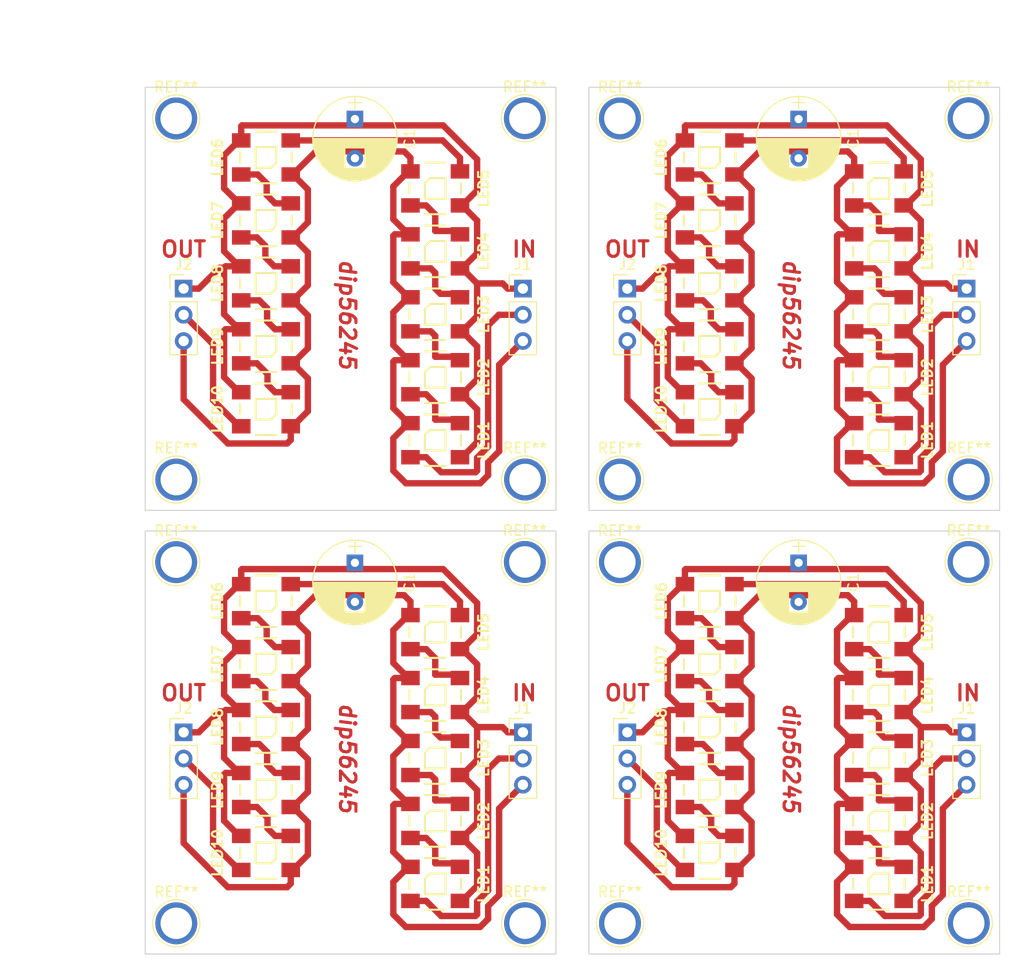
<source format=kicad_pcb>
(kicad_pcb (version 4) (host pcbnew 4.0.6)
  (layers (0 F.Cu signal) (31 B.Cu signal) (34 B.Paste user) (35 F.Paste user) (36 B.SilkS user) (37 F.SilkS user) (38 B.Mask user) (39 F.Mask user) (44 Edge.Cuts user))
  (net 0 "")
  (net 1 "Net-(J1-Pad2)")
  (net 2 "Net-(LED1-Pad2)")
  (net 3 "Net-(LED2-Pad2)")
  (net 4 "Net-(LED3-Pad2)")
  (net 5 "Net-(LED4-Pad2)")
  (net 6 "Net-(LED5-Pad2)")
  (net 7 "Net-(LED6-Pad2)")
  (net 8 "Net-(LED7-Pad2)")
  (net 9 "Net-(LED8-Pad2)")
  (net 10 "Net-(LED10-Pad4)")
  (net 11 "Net-(J2-Pad2)")
  (net 12 "Net-(C1-Pad1)")
  (net 13 "Net-(C1-Pad2)")
  (module Connectors:1pin (layer F.Cu) (at 107.685 90.645)
    (fp_text reference REF** (at 0 -3.048) (layer F.SilkS))
    (fp_text value 1pin)
    (pad 1 thru_hole circle (at 0 0) (size 4.064 4.064) (drill 3.048) (layers *.Cu *.Mask))
  )
  (module Connectors:1pin (layer F.Cu) (at 64.685 90.645)
    (fp_text reference REF** (at 0 -3.048) (layer F.SilkS))
    (fp_text value 1pin)
    (pad 1 thru_hole circle (at 0 0) (size 4.064 4.064) (drill 3.048) (layers *.Cu *.Mask))
  )
  (module Connectors:1pin (layer F.Cu) (at 107.685 47.645)
    (fp_text reference REF** (at 0 -3.048) (layer F.SilkS))
    (fp_text value 1pin)
    (pad 1 thru_hole circle (at 0 0) (size 4.064 4.064) (drill 3.048) (layers *.Cu *.Mask))
  )
  (module WS2812B:WS2812B (layer F.Cu) (at 116.387 94.425 90)
    (fp_text reference LED6 (at 0 -4.7 90) (layer F.SilkS) (effects (font (thickness 0.2))))
    (fp_text value WS2812B hide)
    (pad 1 smd rect (at 1.65 -2.4 90) (size 1.4 1.8) (layers F.Cu F.Paste F.Mask) (net 12 "Net-(C1-Pad1)"))
    (pad 2 smd rect (at -1.65 -2.4 90) (size 1.4 1.8) (layers F.Cu F.Paste F.Mask) (net 7 "Net-(LED6-Pad2)"))
    (pad 3 smd rect (at -1.65 2.4 90) (size 1.4 1.8) (layers F.Cu F.Paste F.Mask) (net 13 "Net-(C1-Pad2)"))
    (pad 4 smd rect (at 1.65 2.4 90) (size 1.4 1.8) (layers F.Cu F.Paste F.Mask) (net 6 "Net-(LED5-Pad2)"))
  )
  (module WS2812B:WS2812B (layer F.Cu) (at 73.387 94.425 90)
    (fp_text reference LED6 (at 0 -4.7 90) (layer F.SilkS) (effects (font (thickness 0.2))))
    (fp_text value WS2812B hide)
    (pad 1 smd rect (at 1.65 -2.4 90) (size 1.4 1.8) (layers F.Cu F.Paste F.Mask) (net 12 "Net-(C1-Pad1)"))
    (pad 2 smd rect (at -1.65 -2.4 90) (size 1.4 1.8) (layers F.Cu F.Paste F.Mask) (net 7 "Net-(LED6-Pad2)"))
    (pad 3 smd rect (at -1.65 2.4 90) (size 1.4 1.8) (layers F.Cu F.Paste F.Mask) (net 13 "Net-(C1-Pad2)"))
    (pad 4 smd rect (at 1.65 2.4 90) (size 1.4 1.8) (layers F.Cu F.Paste F.Mask) (net 6 "Net-(LED5-Pad2)"))
  )
  (module WS2812B:WS2812B (layer F.Cu) (at 116.387 51.425 90)
    (fp_text reference LED6 (at 0 -4.7 90) (layer F.SilkS) (effects (font (thickness 0.2))))
    (fp_text value WS2812B hide)
    (pad 1 smd rect (at 1.65 -2.4 90) (size 1.4 1.8) (layers F.Cu F.Paste F.Mask) (net 12 "Net-(C1-Pad1)"))
    (pad 2 smd rect (at -1.65 -2.4 90) (size 1.4 1.8) (layers F.Cu F.Paste F.Mask) (net 7 "Net-(LED6-Pad2)"))
    (pad 3 smd rect (at -1.65 2.4 90) (size 1.4 1.8) (layers F.Cu F.Paste F.Mask) (net 13 "Net-(C1-Pad2)"))
    (pad 4 smd rect (at 1.65 2.4 90) (size 1.4 1.8) (layers F.Cu F.Paste F.Mask) (net 6 "Net-(LED5-Pad2)"))
  )
  (module Connectors:1pin (layer F.Cu) (at 141.475 90.625)
    (fp_text reference REF** (at 0 -3.048) (layer F.SilkS))
    (fp_text value 1pin)
    (pad 1 thru_hole circle (at 0 0) (size 4.064 4.064) (drill 3.048) (layers *.Cu *.Mask))
  )
  (module Connectors:1pin (layer F.Cu) (at 98.475 90.625)
    (fp_text reference REF** (at 0 -3.048) (layer F.SilkS))
    (fp_text value 1pin)
    (pad 1 thru_hole circle (at 0 0) (size 4.064 4.064) (drill 3.048) (layers *.Cu *.Mask))
  )
  (module Connectors:1pin (layer F.Cu) (at 141.475 47.625)
    (fp_text reference REF** (at 0 -3.048) (layer F.SilkS))
    (fp_text value 1pin)
    (pad 1 thru_hole circle (at 0 0) (size 4.064 4.064) (drill 3.048) (layers *.Cu *.Mask))
  )
  (module WS2812B:WS2812B (layer F.Cu) (at 132.787 97.425 270)
    (fp_text reference LED5 (at 0 -4.7 270) (layer F.SilkS) (effects (font (thickness 0.2))))
    (fp_text value WS2812B hide)
    (pad 1 smd rect (at 1.65 -2.4 270) (size 1.4 1.8) (layers F.Cu F.Paste F.Mask) (net 12 "Net-(C1-Pad1)"))
    (pad 2 smd rect (at -1.65 -2.4 270) (size 1.4 1.8) (layers F.Cu F.Paste F.Mask) (net 6 "Net-(LED5-Pad2)"))
    (pad 3 smd rect (at -1.65 2.4 270) (size 1.4 1.8) (layers F.Cu F.Paste F.Mask) (net 13 "Net-(C1-Pad2)"))
    (pad 4 smd rect (at 1.65 2.4 270) (size 1.4 1.8) (layers F.Cu F.Paste F.Mask) (net 5 "Net-(LED4-Pad2)"))
  )
  (module WS2812B:WS2812B (layer F.Cu) (at 89.787 97.425 270)
    (fp_text reference LED5 (at 0 -4.7 270) (layer F.SilkS) (effects (font (thickness 0.2))))
    (fp_text value WS2812B hide)
    (pad 1 smd rect (at 1.65 -2.4 270) (size 1.4 1.8) (layers F.Cu F.Paste F.Mask) (net 12 "Net-(C1-Pad1)"))
    (pad 2 smd rect (at -1.65 -2.4 270) (size 1.4 1.8) (layers F.Cu F.Paste F.Mask) (net 6 "Net-(LED5-Pad2)"))
    (pad 3 smd rect (at -1.65 2.4 270) (size 1.4 1.8) (layers F.Cu F.Paste F.Mask) (net 13 "Net-(C1-Pad2)"))
    (pad 4 smd rect (at 1.65 2.4 270) (size 1.4 1.8) (layers F.Cu F.Paste F.Mask) (net 5 "Net-(LED4-Pad2)"))
  )
  (module WS2812B:WS2812B (layer F.Cu) (at 132.787 54.425 270)
    (fp_text reference LED5 (at 0 -4.7 270) (layer F.SilkS) (effects (font (thickness 0.2))))
    (fp_text value WS2812B hide)
    (pad 1 smd rect (at 1.65 -2.4 270) (size 1.4 1.8) (layers F.Cu F.Paste F.Mask) (net 12 "Net-(C1-Pad1)"))
    (pad 2 smd rect (at -1.65 -2.4 270) (size 1.4 1.8) (layers F.Cu F.Paste F.Mask) (net 6 "Net-(LED5-Pad2)"))
    (pad 3 smd rect (at -1.65 2.4 270) (size 1.4 1.8) (layers F.Cu F.Paste F.Mask) (net 13 "Net-(C1-Pad2)"))
    (pad 4 smd rect (at 1.65 2.4 270) (size 1.4 1.8) (layers F.Cu F.Paste F.Mask) (net 5 "Net-(LED4-Pad2)"))
  )
  (module Capacitors_THT:CP_Radial_D8.0mm_P3.80mm (layer F.Cu) (at 125.005 90.705 270)
    (fp_text reference C1 (at 1.9 -5.31 270) (layer F.SilkS))
    (fp_text value 1000mF)
    (pad 1 thru_hole rect (at 0 0 270) (size 1.6 1.6) (drill 0.8) (layers *.Cu *.Mask) (net 12 "Net-(C1-Pad1)"))
    (pad 2 thru_hole circle (at 3.8 0 270) (size 1.6 1.6) (drill 0.8) (layers *.Cu *.Mask) (net 13 "Net-(C1-Pad2)"))
  )
  (module Capacitors_THT:CP_Radial_D8.0mm_P3.80mm (layer F.Cu) (at 82.005 90.705 270)
    (fp_text reference C1 (at 1.9 -5.31 270) (layer F.SilkS))
    (fp_text value 1000mF)
    (pad 1 thru_hole rect (at 0 0 270) (size 1.6 1.6) (drill 0.8) (layers *.Cu *.Mask) (net 12 "Net-(C1-Pad1)"))
    (pad 2 thru_hole circle (at 3.8 0 270) (size 1.6 1.6) (drill 0.8) (layers *.Cu *.Mask) (net 13 "Net-(C1-Pad2)"))
  )
  (module Capacitors_THT:CP_Radial_D8.0mm_P3.80mm (layer F.Cu) (at 125.005 47.705 270)
    (fp_text reference C1 (at 1.9 -5.31 270) (layer F.SilkS))
    (fp_text value 1000mF)
    (pad 1 thru_hole rect (at 0 0 270) (size 1.6 1.6) (drill 0.8) (layers *.Cu *.Mask) (net 12 "Net-(C1-Pad1)"))
    (pad 2 thru_hole circle (at 3.8 0 270) (size 1.6 1.6) (drill 0.8) (layers *.Cu *.Mask) (net 13 "Net-(C1-Pad2)"))
  )
  (module WS2812B:WS2812B (layer F.Cu) (at 132.787 103.525 270)
    (fp_text reference LED4 (at 0 -4.7 270) (layer F.SilkS) (effects (font (thickness 0.2))))
    (fp_text value WS2812B hide)
    (pad 1 smd rect (at 1.65 -2.4 270) (size 1.4 1.8) (layers F.Cu F.Paste F.Mask) (net 12 "Net-(C1-Pad1)"))
    (pad 2 smd rect (at -1.65 -2.4 270) (size 1.4 1.8) (layers F.Cu F.Paste F.Mask) (net 5 "Net-(LED4-Pad2)"))
    (pad 3 smd rect (at -1.65 2.4 270) (size 1.4 1.8) (layers F.Cu F.Paste F.Mask) (net 13 "Net-(C1-Pad2)"))
    (pad 4 smd rect (at 1.65 2.4 270) (size 1.4 1.8) (layers F.Cu F.Paste F.Mask) (net 4 "Net-(LED3-Pad2)"))
  )
  (module WS2812B:WS2812B (layer F.Cu) (at 89.787 103.525 270)
    (fp_text reference LED4 (at 0 -4.7 270) (layer F.SilkS) (effects (font (thickness 0.2))))
    (fp_text value WS2812B hide)
    (pad 1 smd rect (at 1.65 -2.4 270) (size 1.4 1.8) (layers F.Cu F.Paste F.Mask) (net 12 "Net-(C1-Pad1)"))
    (pad 2 smd rect (at -1.65 -2.4 270) (size 1.4 1.8) (layers F.Cu F.Paste F.Mask) (net 5 "Net-(LED4-Pad2)"))
    (pad 3 smd rect (at -1.65 2.4 270) (size 1.4 1.8) (layers F.Cu F.Paste F.Mask) (net 13 "Net-(C1-Pad2)"))
    (pad 4 smd rect (at 1.65 2.4 270) (size 1.4 1.8) (layers F.Cu F.Paste F.Mask) (net 4 "Net-(LED3-Pad2)"))
  )
  (module WS2812B:WS2812B (layer F.Cu) (at 132.787 60.525 270)
    (fp_text reference LED4 (at 0 -4.7 270) (layer F.SilkS) (effects (font (thickness 0.2))))
    (fp_text value WS2812B hide)
    (pad 1 smd rect (at 1.65 -2.4 270) (size 1.4 1.8) (layers F.Cu F.Paste F.Mask) (net 12 "Net-(C1-Pad1)"))
    (pad 2 smd rect (at -1.65 -2.4 270) (size 1.4 1.8) (layers F.Cu F.Paste F.Mask) (net 5 "Net-(LED4-Pad2)"))
    (pad 3 smd rect (at -1.65 2.4 270) (size 1.4 1.8) (layers F.Cu F.Paste F.Mask) (net 13 "Net-(C1-Pad2)"))
    (pad 4 smd rect (at 1.65 2.4 270) (size 1.4 1.8) (layers F.Cu F.Paste F.Mask) (net 4 "Net-(LED3-Pad2)"))
  )
  (module WS2812B:WS2812B (layer F.Cu) (at 116.387 100.525 90)
    (fp_text reference LED7 (at 0 -4.7 90) (layer F.SilkS) (effects (font (thickness 0.2))))
    (fp_text value WS2812B hide)
    (pad 1 smd rect (at 1.65 -2.4 90) (size 1.4 1.8) (layers F.Cu F.Paste F.Mask) (net 12 "Net-(C1-Pad1)"))
    (pad 2 smd rect (at -1.65 -2.4 90) (size 1.4 1.8) (layers F.Cu F.Paste F.Mask) (net 8 "Net-(LED7-Pad2)"))
    (pad 3 smd rect (at -1.65 2.4 90) (size 1.4 1.8) (layers F.Cu F.Paste F.Mask) (net 13 "Net-(C1-Pad2)"))
    (pad 4 smd rect (at 1.65 2.4 90) (size 1.4 1.8) (layers F.Cu F.Paste F.Mask) (net 7 "Net-(LED6-Pad2)"))
  )
  (module WS2812B:WS2812B (layer F.Cu) (at 73.387 100.525 90)
    (fp_text reference LED7 (at 0 -4.7 90) (layer F.SilkS) (effects (font (thickness 0.2))))
    (fp_text value WS2812B hide)
    (pad 1 smd rect (at 1.65 -2.4 90) (size 1.4 1.8) (layers F.Cu F.Paste F.Mask) (net 12 "Net-(C1-Pad1)"))
    (pad 2 smd rect (at -1.65 -2.4 90) (size 1.4 1.8) (layers F.Cu F.Paste F.Mask) (net 8 "Net-(LED7-Pad2)"))
    (pad 3 smd rect (at -1.65 2.4 90) (size 1.4 1.8) (layers F.Cu F.Paste F.Mask) (net 13 "Net-(C1-Pad2)"))
    (pad 4 smd rect (at 1.65 2.4 90) (size 1.4 1.8) (layers F.Cu F.Paste F.Mask) (net 7 "Net-(LED6-Pad2)"))
  )
  (module WS2812B:WS2812B (layer F.Cu) (at 116.387 57.525 90)
    (fp_text reference LED7 (at 0 -4.7 90) (layer F.SilkS) (effects (font (thickness 0.2))))
    (fp_text value WS2812B hide)
    (pad 1 smd rect (at 1.65 -2.4 90) (size 1.4 1.8) (layers F.Cu F.Paste F.Mask) (net 12 "Net-(C1-Pad1)"))
    (pad 2 smd rect (at -1.65 -2.4 90) (size 1.4 1.8) (layers F.Cu F.Paste F.Mask) (net 8 "Net-(LED7-Pad2)"))
    (pad 3 smd rect (at -1.65 2.4 90) (size 1.4 1.8) (layers F.Cu F.Paste F.Mask) (net 13 "Net-(C1-Pad2)"))
    (pad 4 smd rect (at 1.65 2.4 90) (size 1.4 1.8) (layers F.Cu F.Paste F.Mask) (net 7 "Net-(LED6-Pad2)"))
  )
  (module Connectors:1pin (layer F.Cu) (at 107.695 125.645)
    (fp_text reference REF** (at 0 -3.048) (layer F.SilkS))
    (fp_text value 1pin)
    (pad 1 thru_hole circle (at 0 0) (size 4.064 4.064) (drill 3.048) (layers *.Cu *.Mask))
  )
  (module Connectors:1pin (layer F.Cu) (at 64.695 125.645)
    (fp_text reference REF** (at 0 -3.048) (layer F.SilkS))
    (fp_text value 1pin)
    (pad 1 thru_hole circle (at 0 0) (size 4.064 4.064) (drill 3.048) (layers *.Cu *.Mask))
  )
  (module Connectors:1pin (layer F.Cu) (at 107.695 82.645)
    (fp_text reference REF** (at 0 -3.048) (layer F.SilkS))
    (fp_text value 1pin)
    (pad 1 thru_hole circle (at 0 0) (size 4.064 4.064) (drill 3.048) (layers *.Cu *.Mask))
  )
  (module Pin_Headers:Pin_Header_Straight_1x03_Pitch2.54mm (layer F.Cu) (at 108.405 107.135)
    (fp_text reference J2 (at 0 -2.33) (layer F.SilkS))
    (fp_text value VCC_DATA_GND)
    (pad 1 thru_hole rect (at 0 0) (size 1.7 1.7) (drill 1) (layers *.Cu *.Mask) (net 12 "Net-(C1-Pad1)"))
    (pad 2 thru_hole oval (at 0 2.54) (size 1.7 1.7) (drill 1) (layers *.Cu *.Mask) (net 11 "Net-(J2-Pad2)"))
    (pad 3 thru_hole oval (at 0 5.08) (size 1.7 1.7) (drill 1) (layers *.Cu *.Mask) (net 13 "Net-(C1-Pad2)"))
  )
  (module Pin_Headers:Pin_Header_Straight_1x03_Pitch2.54mm (layer F.Cu) (at 65.405 107.135)
    (fp_text reference J2 (at 0 -2.33) (layer F.SilkS))
    (fp_text value VCC_DATA_GND)
    (pad 1 thru_hole rect (at 0 0) (size 1.7 1.7) (drill 1) (layers *.Cu *.Mask) (net 12 "Net-(C1-Pad1)"))
    (pad 2 thru_hole oval (at 0 2.54) (size 1.7 1.7) (drill 1) (layers *.Cu *.Mask) (net 11 "Net-(J2-Pad2)"))
    (pad 3 thru_hole oval (at 0 5.08) (size 1.7 1.7) (drill 1) (layers *.Cu *.Mask) (net 13 "Net-(C1-Pad2)"))
  )
  (module Pin_Headers:Pin_Header_Straight_1x03_Pitch2.54mm (layer F.Cu) (at 108.405 64.135)
    (fp_text reference J2 (at 0 -2.33) (layer F.SilkS))
    (fp_text value VCC_DATA_GND)
    (pad 1 thru_hole rect (at 0 0) (size 1.7 1.7) (drill 1) (layers *.Cu *.Mask) (net 12 "Net-(C1-Pad1)"))
    (pad 2 thru_hole oval (at 0 2.54) (size 1.7 1.7) (drill 1) (layers *.Cu *.Mask) (net 11 "Net-(J2-Pad2)"))
    (pad 3 thru_hole oval (at 0 5.08) (size 1.7 1.7) (drill 1) (layers *.Cu *.Mask) (net 13 "Net-(C1-Pad2)"))
  )
  (module WS2812B:WS2812B (layer F.Cu) (at 116.387 112.725 90)
    (fp_text reference LED9 (at 0 -4.7 90) (layer F.SilkS) (effects (font (thickness 0.2))))
    (fp_text value WS2812B hide)
    (pad 1 smd rect (at 1.65 -2.4 90) (size 1.4 1.8) (layers F.Cu F.Paste F.Mask) (net 12 "Net-(C1-Pad1)"))
    (pad 2 smd rect (at -1.65 -2.4 90) (size 1.4 1.8) (layers F.Cu F.Paste F.Mask) (net 10 "Net-(LED10-Pad4)"))
    (pad 3 smd rect (at -1.65 2.4 90) (size 1.4 1.8) (layers F.Cu F.Paste F.Mask) (net 13 "Net-(C1-Pad2)"))
    (pad 4 smd rect (at 1.65 2.4 90) (size 1.4 1.8) (layers F.Cu F.Paste F.Mask) (net 9 "Net-(LED8-Pad2)"))
  )
  (module WS2812B:WS2812B (layer F.Cu) (at 73.387 112.725 90)
    (fp_text reference LED9 (at 0 -4.7 90) (layer F.SilkS) (effects (font (thickness 0.2))))
    (fp_text value WS2812B hide)
    (pad 1 smd rect (at 1.65 -2.4 90) (size 1.4 1.8) (layers F.Cu F.Paste F.Mask) (net 12 "Net-(C1-Pad1)"))
    (pad 2 smd rect (at -1.65 -2.4 90) (size 1.4 1.8) (layers F.Cu F.Paste F.Mask) (net 10 "Net-(LED10-Pad4)"))
    (pad 3 smd rect (at -1.65 2.4 90) (size 1.4 1.8) (layers F.Cu F.Paste F.Mask) (net 13 "Net-(C1-Pad2)"))
    (pad 4 smd rect (at 1.65 2.4 90) (size 1.4 1.8) (layers F.Cu F.Paste F.Mask) (net 9 "Net-(LED8-Pad2)"))
  )
  (module WS2812B:WS2812B (layer F.Cu) (at 116.387 69.725 90)
    (fp_text reference LED9 (at 0 -4.7 90) (layer F.SilkS) (effects (font (thickness 0.2))))
    (fp_text value WS2812B hide)
    (pad 1 smd rect (at 1.65 -2.4 90) (size 1.4 1.8) (layers F.Cu F.Paste F.Mask) (net 12 "Net-(C1-Pad1)"))
    (pad 2 smd rect (at -1.65 -2.4 90) (size 1.4 1.8) (layers F.Cu F.Paste F.Mask) (net 10 "Net-(LED10-Pad4)"))
    (pad 3 smd rect (at -1.65 2.4 90) (size 1.4 1.8) (layers F.Cu F.Paste F.Mask) (net 13 "Net-(C1-Pad2)"))
    (pad 4 smd rect (at 1.65 2.4 90) (size 1.4 1.8) (layers F.Cu F.Paste F.Mask) (net 9 "Net-(LED8-Pad2)"))
  )
  (module WS2812B:WS2812B (layer F.Cu) (at 116.387 106.625 90)
    (fp_text reference LED8 (at 0 -4.7 90) (layer F.SilkS) (effects (font (thickness 0.2))))
    (fp_text value WS2812B hide)
    (pad 1 smd rect (at 1.65 -2.4 90) (size 1.4 1.8) (layers F.Cu F.Paste F.Mask) (net 12 "Net-(C1-Pad1)"))
    (pad 2 smd rect (at -1.65 -2.4 90) (size 1.4 1.8) (layers F.Cu F.Paste F.Mask) (net 9 "Net-(LED8-Pad2)"))
    (pad 3 smd rect (at -1.65 2.4 90) (size 1.4 1.8) (layers F.Cu F.Paste F.Mask) (net 13 "Net-(C1-Pad2)"))
    (pad 4 smd rect (at 1.65 2.4 90) (size 1.4 1.8) (layers F.Cu F.Paste F.Mask) (net 8 "Net-(LED7-Pad2)"))
  )
  (module WS2812B:WS2812B (layer F.Cu) (at 73.387 106.625 90)
    (fp_text reference LED8 (at 0 -4.7 90) (layer F.SilkS) (effects (font (thickness 0.2))))
    (fp_text value WS2812B hide)
    (pad 1 smd rect (at 1.65 -2.4 90) (size 1.4 1.8) (layers F.Cu F.Paste F.Mask) (net 12 "Net-(C1-Pad1)"))
    (pad 2 smd rect (at -1.65 -2.4 90) (size 1.4 1.8) (layers F.Cu F.Paste F.Mask) (net 9 "Net-(LED8-Pad2)"))
    (pad 3 smd rect (at -1.65 2.4 90) (size 1.4 1.8) (layers F.Cu F.Paste F.Mask) (net 13 "Net-(C1-Pad2)"))
    (pad 4 smd rect (at 1.65 2.4 90) (size 1.4 1.8) (layers F.Cu F.Paste F.Mask) (net 8 "Net-(LED7-Pad2)"))
  )
  (module WS2812B:WS2812B (layer F.Cu) (at 116.387 63.625 90)
    (fp_text reference LED8 (at 0 -4.7 90) (layer F.SilkS) (effects (font (thickness 0.2))))
    (fp_text value WS2812B hide)
    (pad 1 smd rect (at 1.65 -2.4 90) (size 1.4 1.8) (layers F.Cu F.Paste F.Mask) (net 12 "Net-(C1-Pad1)"))
    (pad 2 smd rect (at -1.65 -2.4 90) (size 1.4 1.8) (layers F.Cu F.Paste F.Mask) (net 9 "Net-(LED8-Pad2)"))
    (pad 3 smd rect (at -1.65 2.4 90) (size 1.4 1.8) (layers F.Cu F.Paste F.Mask) (net 13 "Net-(C1-Pad2)"))
    (pad 4 smd rect (at 1.65 2.4 90) (size 1.4 1.8) (layers F.Cu F.Paste F.Mask) (net 8 "Net-(LED7-Pad2)"))
  )
  (module WS2812B:WS2812B (layer F.Cu) (at 116.387 118.825 90)
    (fp_text reference LED10 (at 0 -4.7 90) (layer F.SilkS) (effects (font (thickness 0.2))))
    (fp_text value WS2812B hide)
    (pad 1 smd rect (at 1.65 -2.4 90) (size 1.4 1.8) (layers F.Cu F.Paste F.Mask) (net 12 "Net-(C1-Pad1)"))
    (pad 2 smd rect (at -1.65 -2.4 90) (size 1.4 1.8) (layers F.Cu F.Paste F.Mask) (net 11 "Net-(J2-Pad2)"))
    (pad 3 smd rect (at -1.65 2.4 90) (size 1.4 1.8) (layers F.Cu F.Paste F.Mask) (net 13 "Net-(C1-Pad2)"))
    (pad 4 smd rect (at 1.65 2.4 90) (size 1.4 1.8) (layers F.Cu F.Paste F.Mask) (net 10 "Net-(LED10-Pad4)"))
  )
  (module WS2812B:WS2812B (layer F.Cu) (at 73.387 118.825 90)
    (fp_text reference LED10 (at 0 -4.7 90) (layer F.SilkS) (effects (font (thickness 0.2))))
    (fp_text value WS2812B hide)
    (pad 1 smd rect (at 1.65 -2.4 90) (size 1.4 1.8) (layers F.Cu F.Paste F.Mask) (net 12 "Net-(C1-Pad1)"))
    (pad 2 smd rect (at -1.65 -2.4 90) (size 1.4 1.8) (layers F.Cu F.Paste F.Mask) (net 11 "Net-(J2-Pad2)"))
    (pad 3 smd rect (at -1.65 2.4 90) (size 1.4 1.8) (layers F.Cu F.Paste F.Mask) (net 13 "Net-(C1-Pad2)"))
    (pad 4 smd rect (at 1.65 2.4 90) (size 1.4 1.8) (layers F.Cu F.Paste F.Mask) (net 10 "Net-(LED10-Pad4)"))
  )
  (module WS2812B:WS2812B (layer F.Cu) (at 116.387 75.825 90)
    (fp_text reference LED10 (at 0 -4.7 90) (layer F.SilkS) (effects (font (thickness 0.2))))
    (fp_text value WS2812B hide)
    (pad 1 smd rect (at 1.65 -2.4 90) (size 1.4 1.8) (layers F.Cu F.Paste F.Mask) (net 12 "Net-(C1-Pad1)"))
    (pad 2 smd rect (at -1.65 -2.4 90) (size 1.4 1.8) (layers F.Cu F.Paste F.Mask) (net 11 "Net-(J2-Pad2)"))
    (pad 3 smd rect (at -1.65 2.4 90) (size 1.4 1.8) (layers F.Cu F.Paste F.Mask) (net 13 "Net-(C1-Pad2)"))
    (pad 4 smd rect (at 1.65 2.4 90) (size 1.4 1.8) (layers F.Cu F.Paste F.Mask) (net 10 "Net-(LED10-Pad4)"))
  )
  (module Connectors:1pin (layer F.Cu) (at 141.495 125.635)
    (fp_text reference REF** (at 0 -3.048) (layer F.SilkS))
    (fp_text value 1pin)
    (pad 1 thru_hole circle (at 0 0) (size 4.064 4.064) (drill 3.048) (layers *.Cu *.Mask))
  )
  (module Connectors:1pin (layer F.Cu) (at 98.495 125.635)
    (fp_text reference REF** (at 0 -3.048) (layer F.SilkS))
    (fp_text value 1pin)
    (pad 1 thru_hole circle (at 0 0) (size 4.064 4.064) (drill 3.048) (layers *.Cu *.Mask))
  )
  (module Connectors:1pin (layer F.Cu) (at 141.495 82.635)
    (fp_text reference REF** (at 0 -3.048) (layer F.SilkS))
    (fp_text value 1pin)
    (pad 1 thru_hole circle (at 0 0) (size 4.064 4.064) (drill 3.048) (layers *.Cu *.Mask))
  )
  (module WS2812B:WS2812B (layer F.Cu) (at 132.787 115.725 270)
    (fp_text reference LED2 (at 0 -4.7 270) (layer F.SilkS) (effects (font (thickness 0.2))))
    (fp_text value WS2812B hide)
    (pad 1 smd rect (at 1.65 -2.4 270) (size 1.4 1.8) (layers F.Cu F.Paste F.Mask) (net 12 "Net-(C1-Pad1)"))
    (pad 2 smd rect (at -1.65 -2.4 270) (size 1.4 1.8) (layers F.Cu F.Paste F.Mask) (net 3 "Net-(LED2-Pad2)"))
    (pad 3 smd rect (at -1.65 2.4 270) (size 1.4 1.8) (layers F.Cu F.Paste F.Mask) (net 13 "Net-(C1-Pad2)"))
    (pad 4 smd rect (at 1.65 2.4 270) (size 1.4 1.8) (layers F.Cu F.Paste F.Mask) (net 2 "Net-(LED1-Pad2)"))
  )
  (module WS2812B:WS2812B (layer F.Cu) (at 89.787 115.725 270)
    (fp_text reference LED2 (at 0 -4.7 270) (layer F.SilkS) (effects (font (thickness 0.2))))
    (fp_text value WS2812B hide)
    (pad 1 smd rect (at 1.65 -2.4 270) (size 1.4 1.8) (layers F.Cu F.Paste F.Mask) (net 12 "Net-(C1-Pad1)"))
    (pad 2 smd rect (at -1.65 -2.4 270) (size 1.4 1.8) (layers F.Cu F.Paste F.Mask) (net 3 "Net-(LED2-Pad2)"))
    (pad 3 smd rect (at -1.65 2.4 270) (size 1.4 1.8) (layers F.Cu F.Paste F.Mask) (net 13 "Net-(C1-Pad2)"))
    (pad 4 smd rect (at 1.65 2.4 270) (size 1.4 1.8) (layers F.Cu F.Paste F.Mask) (net 2 "Net-(LED1-Pad2)"))
  )
  (module WS2812B:WS2812B (layer F.Cu) (at 132.787 72.725 270)
    (fp_text reference LED2 (at 0 -4.7 270) (layer F.SilkS) (effects (font (thickness 0.2))))
    (fp_text value WS2812B hide)
    (pad 1 smd rect (at 1.65 -2.4 270) (size 1.4 1.8) (layers F.Cu F.Paste F.Mask) (net 12 "Net-(C1-Pad1)"))
    (pad 2 smd rect (at -1.65 -2.4 270) (size 1.4 1.8) (layers F.Cu F.Paste F.Mask) (net 3 "Net-(LED2-Pad2)"))
    (pad 3 smd rect (at -1.65 2.4 270) (size 1.4 1.8) (layers F.Cu F.Paste F.Mask) (net 13 "Net-(C1-Pad2)"))
    (pad 4 smd rect (at 1.65 2.4 270) (size 1.4 1.8) (layers F.Cu F.Paste F.Mask) (net 2 "Net-(LED1-Pad2)"))
  )
  (module WS2812B:WS2812B (layer F.Cu) (at 132.787 109.625 270)
    (fp_text reference LED3 (at 0 -4.7 270) (layer F.SilkS) (effects (font (thickness 0.2))))
    (fp_text value WS2812B hide)
    (pad 1 smd rect (at 1.65 -2.4 270) (size 1.4 1.8) (layers F.Cu F.Paste F.Mask) (net 12 "Net-(C1-Pad1)"))
    (pad 2 smd rect (at -1.65 -2.4 270) (size 1.4 1.8) (layers F.Cu F.Paste F.Mask) (net 4 "Net-(LED3-Pad2)"))
    (pad 3 smd rect (at -1.65 2.4 270) (size 1.4 1.8) (layers F.Cu F.Paste F.Mask) (net 13 "Net-(C1-Pad2)"))
    (pad 4 smd rect (at 1.65 2.4 270) (size 1.4 1.8) (layers F.Cu F.Paste F.Mask) (net 3 "Net-(LED2-Pad2)"))
  )
  (module WS2812B:WS2812B (layer F.Cu) (at 89.787 109.625 270)
    (fp_text reference LED3 (at 0 -4.7 270) (layer F.SilkS) (effects (font (thickness 0.2))))
    (fp_text value WS2812B hide)
    (pad 1 smd rect (at 1.65 -2.4 270) (size 1.4 1.8) (layers F.Cu F.Paste F.Mask) (net 12 "Net-(C1-Pad1)"))
    (pad 2 smd rect (at -1.65 -2.4 270) (size 1.4 1.8) (layers F.Cu F.Paste F.Mask) (net 4 "Net-(LED3-Pad2)"))
    (pad 3 smd rect (at -1.65 2.4 270) (size 1.4 1.8) (layers F.Cu F.Paste F.Mask) (net 13 "Net-(C1-Pad2)"))
    (pad 4 smd rect (at 1.65 2.4 270) (size 1.4 1.8) (layers F.Cu F.Paste F.Mask) (net 3 "Net-(LED2-Pad2)"))
  )
  (module WS2812B:WS2812B (layer F.Cu) (at 132.787 66.625 270)
    (fp_text reference LED3 (at 0 -4.7 270) (layer F.SilkS) (effects (font (thickness 0.2))))
    (fp_text value WS2812B hide)
    (pad 1 smd rect (at 1.65 -2.4 270) (size 1.4 1.8) (layers F.Cu F.Paste F.Mask) (net 12 "Net-(C1-Pad1)"))
    (pad 2 smd rect (at -1.65 -2.4 270) (size 1.4 1.8) (layers F.Cu F.Paste F.Mask) (net 4 "Net-(LED3-Pad2)"))
    (pad 3 smd rect (at -1.65 2.4 270) (size 1.4 1.8) (layers F.Cu F.Paste F.Mask) (net 13 "Net-(C1-Pad2)"))
    (pad 4 smd rect (at 1.65 2.4 270) (size 1.4 1.8) (layers F.Cu F.Paste F.Mask) (net 3 "Net-(LED2-Pad2)"))
  )
  (module WS2812B:WS2812B (layer F.Cu) (at 132.787 121.825 270)
    (fp_text reference LED1 (at 0 -4.7 270) (layer F.SilkS) (effects (font (thickness 0.2))))
    (fp_text value WS2812B hide)
    (pad 1 smd rect (at 1.65 -2.4 270) (size 1.4 1.8) (layers F.Cu F.Paste F.Mask) (net 12 "Net-(C1-Pad1)"))
    (pad 2 smd rect (at -1.65 -2.4 270) (size 1.4 1.8) (layers F.Cu F.Paste F.Mask) (net 2 "Net-(LED1-Pad2)"))
    (pad 3 smd rect (at -1.65 2.4 270) (size 1.4 1.8) (layers F.Cu F.Paste F.Mask) (net 13 "Net-(C1-Pad2)"))
    (pad 4 smd rect (at 1.65 2.4 270) (size 1.4 1.8) (layers F.Cu F.Paste F.Mask) (net 1 "Net-(J1-Pad2)"))
  )
  (module WS2812B:WS2812B (layer F.Cu) (at 89.787 121.825 270)
    (fp_text reference LED1 (at 0 -4.7 270) (layer F.SilkS) (effects (font (thickness 0.2))))
    (fp_text value WS2812B hide)
    (pad 1 smd rect (at 1.65 -2.4 270) (size 1.4 1.8) (layers F.Cu F.Paste F.Mask) (net 12 "Net-(C1-Pad1)"))
    (pad 2 smd rect (at -1.65 -2.4 270) (size 1.4 1.8) (layers F.Cu F.Paste F.Mask) (net 2 "Net-(LED1-Pad2)"))
    (pad 3 smd rect (at -1.65 2.4 270) (size 1.4 1.8) (layers F.Cu F.Paste F.Mask) (net 13 "Net-(C1-Pad2)"))
    (pad 4 smd rect (at 1.65 2.4 270) (size 1.4 1.8) (layers F.Cu F.Paste F.Mask) (net 1 "Net-(J1-Pad2)"))
  )
  (module WS2812B:WS2812B (layer F.Cu) (at 132.787 78.825 270)
    (fp_text reference LED1 (at 0 -4.7 270) (layer F.SilkS) (effects (font (thickness 0.2))))
    (fp_text value WS2812B hide)
    (pad 1 smd rect (at 1.65 -2.4 270) (size 1.4 1.8) (layers F.Cu F.Paste F.Mask) (net 12 "Net-(C1-Pad1)"))
    (pad 2 smd rect (at -1.65 -2.4 270) (size 1.4 1.8) (layers F.Cu F.Paste F.Mask) (net 2 "Net-(LED1-Pad2)"))
    (pad 3 smd rect (at -1.65 2.4 270) (size 1.4 1.8) (layers F.Cu F.Paste F.Mask) (net 13 "Net-(C1-Pad2)"))
    (pad 4 smd rect (at 1.65 2.4 270) (size 1.4 1.8) (layers F.Cu F.Paste F.Mask) (net 1 "Net-(J1-Pad2)"))
  )
  (module Pin_Headers:Pin_Header_Straight_1x03_Pitch2.54mm (layer F.Cu) (at 141.285 107.135)
    (fp_text reference J1 (at 0 -2.33) (layer F.SilkS))
    (fp_text value VCC_DATA_GND)
    (pad 1 thru_hole rect (at 0 0) (size 1.7 1.7) (drill 1) (layers *.Cu *.Mask) (net 12 "Net-(C1-Pad1)"))
    (pad 2 thru_hole oval (at 0 2.54) (size 1.7 1.7) (drill 1) (layers *.Cu *.Mask) (net 1 "Net-(J1-Pad2)"))
    (pad 3 thru_hole oval (at 0 5.08) (size 1.7 1.7) (drill 1) (layers *.Cu *.Mask) (net 13 "Net-(C1-Pad2)"))
  )
  (module Pin_Headers:Pin_Header_Straight_1x03_Pitch2.54mm (layer F.Cu) (at 98.285 107.135)
    (fp_text reference J1 (at 0 -2.33) (layer F.SilkS))
    (fp_text value VCC_DATA_GND)
    (pad 1 thru_hole rect (at 0 0) (size 1.7 1.7) (drill 1) (layers *.Cu *.Mask) (net 12 "Net-(C1-Pad1)"))
    (pad 2 thru_hole oval (at 0 2.54) (size 1.7 1.7) (drill 1) (layers *.Cu *.Mask) (net 1 "Net-(J1-Pad2)"))
    (pad 3 thru_hole oval (at 0 5.08) (size 1.7 1.7) (drill 1) (layers *.Cu *.Mask) (net 13 "Net-(C1-Pad2)"))
  )
  (module Pin_Headers:Pin_Header_Straight_1x03_Pitch2.54mm (layer F.Cu) (at 141.285 64.135)
    (fp_text reference J1 (at 0 -2.33) (layer F.SilkS))
    (fp_text value VCC_DATA_GND)
    (pad 1 thru_hole rect (at 0 0) (size 1.7 1.7) (drill 1) (layers *.Cu *.Mask) (net 12 "Net-(C1-Pad1)"))
    (pad 2 thru_hole oval (at 0 2.54) (size 1.7 1.7) (drill 1) (layers *.Cu *.Mask) (net 1 "Net-(J1-Pad2)"))
    (pad 3 thru_hole oval (at 0 5.08) (size 1.7 1.7) (drill 1) (layers *.Cu *.Mask) (net 13 "Net-(C1-Pad2)"))
  )
  (module Pin_Headers:Pin_Header_Straight_1x03_Pitch2.54mm (layer F.Cu) (at 98.285 64.135)
    (fp_text reference J1 (at 0 -2.33) (layer F.SilkS))
    (fp_text value VCC_DATA_GND)
    (pad 1 thru_hole rect (at 0 0) (size 1.7 1.7) (drill 1) (layers *.Cu *.Mask) (net 12 "Net-(C1-Pad1)"))
    (pad 2 thru_hole oval (at 0 2.54) (size 1.7 1.7) (drill 1) (layers *.Cu *.Mask) (net 1 "Net-(J1-Pad2)"))
    (pad 3 thru_hole oval (at 0 5.08) (size 1.7 1.7) (drill 1) (layers *.Cu *.Mask) (net 13 "Net-(C1-Pad2)"))
  )
  (module WS2812B:WS2812B (layer F.Cu) (at 89.787 78.825 270)
    (fp_text reference LED1 (at 0 -4.7 270) (layer F.SilkS) (effects (font (thickness 0.2))))
    (fp_text value WS2812B hide)
    (pad 1 smd rect (at 1.65 -2.4 270) (size 1.4 1.8) (layers F.Cu F.Paste F.Mask) (net 12 "Net-(C1-Pad1)"))
    (pad 2 smd rect (at -1.65 -2.4 270) (size 1.4 1.8) (layers F.Cu F.Paste F.Mask) (net 2 "Net-(LED1-Pad2)"))
    (pad 3 smd rect (at -1.65 2.4 270) (size 1.4 1.8) (layers F.Cu F.Paste F.Mask) (net 13 "Net-(C1-Pad2)"))
    (pad 4 smd rect (at 1.65 2.4 270) (size 1.4 1.8) (layers F.Cu F.Paste F.Mask) (net 1 "Net-(J1-Pad2)"))
  )
  (module WS2812B:WS2812B (layer F.Cu) (at 89.787 60.525 270)
    (fp_text reference LED4 (at 0 -4.7 270) (layer F.SilkS) (effects (font (thickness 0.2))))
    (fp_text value WS2812B hide)
    (pad 1 smd rect (at 1.65 -2.4 270) (size 1.4 1.8) (layers F.Cu F.Paste F.Mask) (net 12 "Net-(C1-Pad1)"))
    (pad 2 smd rect (at -1.65 -2.4 270) (size 1.4 1.8) (layers F.Cu F.Paste F.Mask) (net 5 "Net-(LED4-Pad2)"))
    (pad 3 smd rect (at -1.65 2.4 270) (size 1.4 1.8) (layers F.Cu F.Paste F.Mask) (net 13 "Net-(C1-Pad2)"))
    (pad 4 smd rect (at 1.65 2.4 270) (size 1.4 1.8) (layers F.Cu F.Paste F.Mask) (net 4 "Net-(LED3-Pad2)"))
  )
  (module WS2812B:WS2812B (layer F.Cu) (at 89.787 66.625 270)
    (fp_text reference LED3 (at 0 -4.7 270) (layer F.SilkS) (effects (font (thickness 0.2))))
    (fp_text value WS2812B hide)
    (pad 1 smd rect (at 1.65 -2.4 270) (size 1.4 1.8) (layers F.Cu F.Paste F.Mask) (net 12 "Net-(C1-Pad1)"))
    (pad 2 smd rect (at -1.65 -2.4 270) (size 1.4 1.8) (layers F.Cu F.Paste F.Mask) (net 4 "Net-(LED3-Pad2)"))
    (pad 3 smd rect (at -1.65 2.4 270) (size 1.4 1.8) (layers F.Cu F.Paste F.Mask) (net 13 "Net-(C1-Pad2)"))
    (pad 4 smd rect (at 1.65 2.4 270) (size 1.4 1.8) (layers F.Cu F.Paste F.Mask) (net 3 "Net-(LED2-Pad2)"))
  )
  (module WS2812B:WS2812B (layer F.Cu) (at 89.787 72.725 270)
    (fp_text reference LED2 (at 0 -4.7 270) (layer F.SilkS) (effects (font (thickness 0.2))))
    (fp_text value WS2812B hide)
    (pad 1 smd rect (at 1.65 -2.4 270) (size 1.4 1.8) (layers F.Cu F.Paste F.Mask) (net 12 "Net-(C1-Pad1)"))
    (pad 2 smd rect (at -1.65 -2.4 270) (size 1.4 1.8) (layers F.Cu F.Paste F.Mask) (net 3 "Net-(LED2-Pad2)"))
    (pad 3 smd rect (at -1.65 2.4 270) (size 1.4 1.8) (layers F.Cu F.Paste F.Mask) (net 13 "Net-(C1-Pad2)"))
    (pad 4 smd rect (at 1.65 2.4 270) (size 1.4 1.8) (layers F.Cu F.Paste F.Mask) (net 2 "Net-(LED1-Pad2)"))
  )
  (module WS2812B:WS2812B (layer F.Cu) (at 89.787 54.425 270)
    (fp_text reference LED5 (at 0 -4.7 270) (layer F.SilkS) (effects (font (thickness 0.2))))
    (fp_text value WS2812B hide)
    (pad 1 smd rect (at 1.65 -2.4 270) (size 1.4 1.8) (layers F.Cu F.Paste F.Mask) (net 12 "Net-(C1-Pad1)"))
    (pad 2 smd rect (at -1.65 -2.4 270) (size 1.4 1.8) (layers F.Cu F.Paste F.Mask) (net 6 "Net-(LED5-Pad2)"))
    (pad 3 smd rect (at -1.65 2.4 270) (size 1.4 1.8) (layers F.Cu F.Paste F.Mask) (net 13 "Net-(C1-Pad2)"))
    (pad 4 smd rect (at 1.65 2.4 270) (size 1.4 1.8) (layers F.Cu F.Paste F.Mask) (net 5 "Net-(LED4-Pad2)"))
  )
  (module WS2812B:WS2812B (layer F.Cu) (at 73.387 51.425 90)
    (fp_text reference LED6 (at 0 -4.7 90) (layer F.SilkS) (effects (font (thickness 0.2))))
    (fp_text value WS2812B hide)
    (pad 1 smd rect (at 1.65 -2.4 90) (size 1.4 1.8) (layers F.Cu F.Paste F.Mask) (net 12 "Net-(C1-Pad1)"))
    (pad 2 smd rect (at -1.65 -2.4 90) (size 1.4 1.8) (layers F.Cu F.Paste F.Mask) (net 7 "Net-(LED6-Pad2)"))
    (pad 3 smd rect (at -1.65 2.4 90) (size 1.4 1.8) (layers F.Cu F.Paste F.Mask) (net 13 "Net-(C1-Pad2)"))
    (pad 4 smd rect (at 1.65 2.4 90) (size 1.4 1.8) (layers F.Cu F.Paste F.Mask) (net 6 "Net-(LED5-Pad2)"))
  )
  (module WS2812B:WS2812B (layer F.Cu) (at 73.387 57.525 90)
    (fp_text reference LED7 (at 0 -4.7 90) (layer F.SilkS) (effects (font (thickness 0.2))))
    (fp_text value WS2812B hide)
    (pad 1 smd rect (at 1.65 -2.4 90) (size 1.4 1.8) (layers F.Cu F.Paste F.Mask) (net 12 "Net-(C1-Pad1)"))
    (pad 2 smd rect (at -1.65 -2.4 90) (size 1.4 1.8) (layers F.Cu F.Paste F.Mask) (net 8 "Net-(LED7-Pad2)"))
    (pad 3 smd rect (at -1.65 2.4 90) (size 1.4 1.8) (layers F.Cu F.Paste F.Mask) (net 13 "Net-(C1-Pad2)"))
    (pad 4 smd rect (at 1.65 2.4 90) (size 1.4 1.8) (layers F.Cu F.Paste F.Mask) (net 7 "Net-(LED6-Pad2)"))
  )
  (module WS2812B:WS2812B (layer F.Cu) (at 73.387 63.625 90)
    (fp_text reference LED8 (at 0 -4.7 90) (layer F.SilkS) (effects (font (thickness 0.2))))
    (fp_text value WS2812B hide)
    (pad 1 smd rect (at 1.65 -2.4 90) (size 1.4 1.8) (layers F.Cu F.Paste F.Mask) (net 12 "Net-(C1-Pad1)"))
    (pad 2 smd rect (at -1.65 -2.4 90) (size 1.4 1.8) (layers F.Cu F.Paste F.Mask) (net 9 "Net-(LED8-Pad2)"))
    (pad 3 smd rect (at -1.65 2.4 90) (size 1.4 1.8) (layers F.Cu F.Paste F.Mask) (net 13 "Net-(C1-Pad2)"))
    (pad 4 smd rect (at 1.65 2.4 90) (size 1.4 1.8) (layers F.Cu F.Paste F.Mask) (net 8 "Net-(LED7-Pad2)"))
  )
  (module WS2812B:WS2812B (layer F.Cu) (at 73.387 69.725 90)
    (fp_text reference LED9 (at 0 -4.7 90) (layer F.SilkS) (effects (font (thickness 0.2))))
    (fp_text value WS2812B hide)
    (pad 1 smd rect (at 1.65 -2.4 90) (size 1.4 1.8) (layers F.Cu F.Paste F.Mask) (net 12 "Net-(C1-Pad1)"))
    (pad 2 smd rect (at -1.65 -2.4 90) (size 1.4 1.8) (layers F.Cu F.Paste F.Mask) (net 10 "Net-(LED10-Pad4)"))
    (pad 3 smd rect (at -1.65 2.4 90) (size 1.4 1.8) (layers F.Cu F.Paste F.Mask) (net 13 "Net-(C1-Pad2)"))
    (pad 4 smd rect (at 1.65 2.4 90) (size 1.4 1.8) (layers F.Cu F.Paste F.Mask) (net 9 "Net-(LED8-Pad2)"))
  )
  (module WS2812B:WS2812B (layer F.Cu) (at 73.387 75.825 90)
    (fp_text reference LED10 (at 0 -4.7 90) (layer F.SilkS) (effects (font (thickness 0.2))))
    (fp_text value WS2812B hide)
    (pad 1 smd rect (at 1.65 -2.4 90) (size 1.4 1.8) (layers F.Cu F.Paste F.Mask) (net 12 "Net-(C1-Pad1)"))
    (pad 2 smd rect (at -1.65 -2.4 90) (size 1.4 1.8) (layers F.Cu F.Paste F.Mask) (net 11 "Net-(J2-Pad2)"))
    (pad 3 smd rect (at -1.65 2.4 90) (size 1.4 1.8) (layers F.Cu F.Paste F.Mask) (net 13 "Net-(C1-Pad2)"))
    (pad 4 smd rect (at 1.65 2.4 90) (size 1.4 1.8) (layers F.Cu F.Paste F.Mask) (net 10 "Net-(LED10-Pad4)"))
  )
  (module Pin_Headers:Pin_Header_Straight_1x03_Pitch2.54mm (layer F.Cu) (at 65.405 64.135)
    (fp_text reference J2 (at 0 -2.33) (layer F.SilkS))
    (fp_text value VCC_DATA_GND)
    (pad 1 thru_hole rect (at 0 0) (size 1.7 1.7) (drill 1) (layers *.Cu *.Mask) (net 12 "Net-(C1-Pad1)"))
    (pad 2 thru_hole oval (at 0 2.54) (size 1.7 1.7) (drill 1) (layers *.Cu *.Mask) (net 11 "Net-(J2-Pad2)"))
    (pad 3 thru_hole oval (at 0 5.08) (size 1.7 1.7) (drill 1) (layers *.Cu *.Mask) (net 13 "Net-(C1-Pad2)"))
  )
  (module Connectors:1pin (layer F.Cu) (at 98.495 82.635)
    (fp_text reference REF** (at 0 -3.048) (layer F.SilkS))
    (fp_text value 1pin)
    (pad 1 thru_hole circle (at 0 0) (size 4.064 4.064) (drill 3.048) (layers *.Cu *.Mask))
  )
  (module Connectors:1pin (layer F.Cu) (at 64.695 82.645)
    (fp_text reference REF** (at 0 -3.048) (layer F.SilkS))
    (fp_text value 1pin)
    (pad 1 thru_hole circle (at 0 0) (size 4.064 4.064) (drill 3.048) (layers *.Cu *.Mask))
  )
  (module Connectors:1pin (layer F.Cu) (at 98.475 47.625)
    (fp_text reference REF** (at 0 -3.048) (layer F.SilkS))
    (fp_text value 1pin)
    (pad 1 thru_hole circle (at 0 0) (size 4.064 4.064) (drill 3.048) (layers *.Cu *.Mask))
  )
  (module Connectors:1pin (layer F.Cu) (at 64.685 47.645)
    (fp_text reference REF** (at 0 -3.048) (layer F.SilkS))
    (fp_text value 1pin)
    (pad 1 thru_hole circle (at 0 0) (size 4.064 4.064) (drill 3.048) (layers *.Cu *.Mask))
  )
  (module Capacitors_THT:CP_Radial_D8.0mm_P3.80mm (layer F.Cu) (at 82.005 47.705 270)
    (fp_text reference C1 (at 1.9 -5.31 270) (layer F.SilkS))
    (fp_text value 1000mF)
    (pad 1 thru_hole rect (at 0 0 270) (size 1.6 1.6) (drill 0.8) (layers *.Cu *.Mask) (net 12 "Net-(C1-Pad1)"))
    (pad 2 thru_hole circle (at 3.8 0 270) (size 1.6 1.6) (drill 0.8) (layers *.Cu *.Mask) (net 13 "Net-(C1-Pad2)"))
  )
  (gr_text OUT (at 108.405 103.325) (layer F.Cu) (effects (font (size 1.5 1.5) (thickness 0.3))))
  (gr_text OUT (at 65.405 103.325) (layer F.Cu) (effects (font (size 1.5 1.5) (thickness 0.3))))
  (gr_text OUT (at 108.405 60.325) (layer F.Cu) (effects (font (size 1.5 1.5) (thickness 0.3))))
  (gr_text dip56245 (at 124.28 109.675 270) (layer F.Cu) (effects (font (size 1.5 1.5) (thickness 0.3) italic)))
  (gr_text dip56245 (at 81.28 109.675 270) (layer F.Cu) (effects (font (size 1.5 1.5) (thickness 0.3) italic)))
  (gr_text dip56245 (at 124.28 66.675 270) (layer F.Cu) (effects (font (size 1.5 1.5) (thickness 0.3) italic)))
  (gr_text IN (at 141.425 103.325) (layer F.Cu) (effects (font (size 1.5 1.5) (thickness 0.3))))
  (gr_text IN (at 98.425 103.325) (layer F.Cu) (effects (font (size 1.5 1.5) (thickness 0.3))))
  (gr_text IN (at 141.425 60.325) (layer F.Cu) (effects (font (size 1.5 1.5) (thickness 0.3))))
  (gr_line (start 104.685 87.625) (end 144.485 87.625) (layer Edge.Cuts) (width 0.1))
  (gr_line (start 61.685 87.625) (end 101.485 87.625) (layer Edge.Cuts) (width 0.1))
  (gr_line (start 104.685 44.625) (end 144.485 44.625) (layer Edge.Cuts) (width 0.1))
  (gr_line (start 104.685 128.625) (end 104.685 87.625) (layer Edge.Cuts) (width 0.1))
  (gr_line (start 61.685 128.625) (end 61.685 87.625) (layer Edge.Cuts) (width 0.1))
  (gr_line (start 104.685 85.625) (end 104.685 44.625) (layer Edge.Cuts) (width 0.1))
  (gr_line (start 144.485 128.625) (end 104.685 128.625) (layer Edge.Cuts) (width 0.1))
  (gr_line (start 101.485 128.625) (end 61.685 128.625) (layer Edge.Cuts) (width 0.1))
  (gr_line (start 144.485 85.625) (end 104.685 85.625) (layer Edge.Cuts) (width 0.1))
  (gr_line (start 144.485 87.625) (end 144.485 128.625) (layer Edge.Cuts) (width 0.1))
  (gr_line (start 101.485 87.625) (end 101.485 128.625) (layer Edge.Cuts) (width 0.1))
  (gr_line (start 144.485 44.625) (end 144.485 85.625) (layer Edge.Cuts) (width 0.1))
  (gr_text dip56245 (at 81.28 66.675 270) (layer F.Cu) (effects (font (size 1.5 1.5) (thickness 0.3) italic)))
  (gr_line (start 61.685 85.625) (end 61.685 44.625) (layer Edge.Cuts) (width 0.1))
  (gr_line (start 101.485 85.625) (end 61.685 85.625) (layer Edge.Cuts) (width 0.1))
  (gr_line (start 101.485 44.625) (end 101.485 85.625) (layer Edge.Cuts) (width 0.1))
  (gr_line (start 61.685 44.625) (end 101.485 44.625) (layer Edge.Cuts) (width 0.1))
  (gr_text OUT (at 65.405 60.325) (layer F.Cu) (effects (font (size 1.5 1.5) (thickness 0.3))))
  (gr_text IN (at 98.425 60.325) (layer F.Cu) (effects (font (size 1.5 1.5) (thickness 0.3))))
  (segment (start 130.187 123.475) (end 130.387 123.475) (width 0.618) (layer F.Cu) (net 1))
  (segment (start 87.187 123.475) (end 87.387 123.475) (width 0.618) (layer F.Cu) (net 1))
  (segment (start 130.187 80.475) (end 130.387 80.475) (width 0.618) (layer F.Cu) (net 1))
  (segment (start 130.387 123.475) (end 131.905 123.475) (width 0.618) (layer F.Cu) (net 1))
  (segment (start 87.387 123.475) (end 88.905 123.475) (width 0.618) (layer F.Cu) (net 1))
  (segment (start 130.387 80.475) (end 131.905 80.475) (width 0.618) (layer F.Cu) (net 1))
  (segment (start 136.846001 124.782201) (end 136.846001 123.526393) (width 0.618) (layer F.Cu) (net 1))
  (segment (start 93.846001 124.782201) (end 93.846001 123.526393) (width 0.618) (layer F.Cu) (net 1))
  (segment (start 136.846001 81.782201) (end 136.846001 80.526393) (width 0.618) (layer F.Cu) (net 1))
  (segment (start 136.846001 123.526393) (end 137.914011 122.458383) (width 0.618) (layer F.Cu) (net 1))
  (segment (start 93.846001 123.526393) (end 94.914011 122.458383) (width 0.618) (layer F.Cu) (net 1))
  (segment (start 136.846001 80.526393) (end 137.914011 79.458383) (width 0.618) (layer F.Cu) (net 1))
  (segment (start 137.914011 122.458383) (end 137.914011 110.705989) (width 0.618) (layer F.Cu) (net 1))
  (segment (start 94.914011 122.458383) (end 94.914011 110.705989) (width 0.618) (layer F.Cu) (net 1))
  (segment (start 137.914011 79.458383) (end 137.914011 67.705989) (width 0.618) (layer F.Cu) (net 1))
  (segment (start 136.694201 124.934001) (end 136.846001 124.782201) (width 0.618) (layer F.Cu) (net 1))
  (segment (start 93.694201 124.934001) (end 93.846001 124.782201) (width 0.618) (layer F.Cu) (net 1))
  (segment (start 136.694201 81.934001) (end 136.846001 81.782201) (width 0.618) (layer F.Cu) (net 1))
  (segment (start 131.905 123.475) (end 133.364001 124.934001) (width 0.618) (layer F.Cu) (net 1))
  (segment (start 88.905 123.475) (end 90.364001 124.934001) (width 0.618) (layer F.Cu) (net 1))
  (segment (start 131.905 80.475) (end 133.364001 81.934001) (width 0.618) (layer F.Cu) (net 1))
  (segment (start 133.364001 124.934001) (end 136.694201 124.934001) (width 0.618) (layer F.Cu) (net 1))
  (segment (start 90.364001 124.934001) (end 93.694201 124.934001) (width 0.618) (layer F.Cu) (net 1))
  (segment (start 133.364001 81.934001) (end 136.694201 81.934001) (width 0.618) (layer F.Cu) (net 1))
  (segment (start 138.945 109.675) (end 141.285 109.675) (width 0.618) (layer F.Cu) (net 1))
  (segment (start 95.945 109.675) (end 98.285 109.675) (width 0.618) (layer F.Cu) (net 1))
  (segment (start 138.945 66.675) (end 141.285 66.675) (width 0.618) (layer F.Cu) (net 1))
  (segment (start 137.914011 110.705989) (end 138.945 109.675) (width 0.618) (layer F.Cu) (net 1))
  (segment (start 94.914011 110.705989) (end 95.945 109.675) (width 0.618) (layer F.Cu) (net 1))
  (segment (start 137.914011 67.705989) (end 138.945 66.675) (width 0.618) (layer F.Cu) (net 1))
  (segment (start 93.846001 81.782201) (end 93.846001 80.526393) (width 0.618) (layer F.Cu) (net 1))
  (segment (start 93.846001 80.526393) (end 94.914011 79.458383) (width 0.618) (layer F.Cu) (net 1))
  (segment (start 94.914011 79.458383) (end 94.914011 67.705989) (width 0.618) (layer F.Cu) (net 1))
  (segment (start 90.364001 81.934001) (end 93.694201 81.934001) (width 0.618) (layer F.Cu) (net 1))
  (segment (start 93.694201 81.934001) (end 93.846001 81.782201) (width 0.618) (layer F.Cu) (net 1))
  (segment (start 87.387 80.475) (end 88.905 80.475) (width 0.618) (layer F.Cu) (net 1))
  (segment (start 88.905 80.475) (end 90.364001 81.934001) (width 0.618) (layer F.Cu) (net 1))
  (segment (start 94.914011 67.705989) (end 95.945 66.675) (width 0.618) (layer F.Cu) (net 1))
  (segment (start 95.945 66.675) (end 98.285 66.675) (width 0.618) (layer F.Cu) (net 1))
  (segment (start 87.187 80.475) (end 87.387 80.475) (width 0.618) (layer F.Cu) (net 1))
  (segment (start 131.905 117.375) (end 130.387 117.375) (width 0.618) (layer F.Cu) (net 2))
  (segment (start 88.905 117.375) (end 87.387 117.375) (width 0.618) (layer F.Cu) (net 2))
  (segment (start 131.905 74.375) (end 130.387 74.375) (width 0.618) (layer F.Cu) (net 2))
  (segment (start 132.789 119.835) (end 132.789 118.259) (width 0.618) (layer F.Cu) (net 2))
  (segment (start 89.789 119.835) (end 89.789 118.259) (width 0.618) (layer F.Cu) (net 2))
  (segment (start 132.789 76.835) (end 132.789 75.259) (width 0.618) (layer F.Cu) (net 2))
  (segment (start 132.789 118.259) (end 131.905 117.375) (width 0.618) (layer F.Cu) (net 2))
  (segment (start 89.789 118.259) (end 88.905 117.375) (width 0.618) (layer F.Cu) (net 2))
  (segment (start 132.789 75.259) (end 131.905 74.375) (width 0.618) (layer F.Cu) (net 2))
  (segment (start 134.987 120.175) (end 134.647 119.835) (width 0.618) (layer F.Cu) (net 2))
  (segment (start 91.987 120.175) (end 91.647 119.835) (width 0.618) (layer F.Cu) (net 2))
  (segment (start 134.987 77.175) (end 134.647 76.835) (width 0.618) (layer F.Cu) (net 2))
  (segment (start 135.187 120.175) (end 134.987 120.175) (width 0.618) (layer F.Cu) (net 2))
  (segment (start 92.187 120.175) (end 91.987 120.175) (width 0.618) (layer F.Cu) (net 2))
  (segment (start 135.187 77.175) (end 134.987 77.175) (width 0.618) (layer F.Cu) (net 2))
  (segment (start 134.647 119.835) (end 132.789 119.835) (width 0.618) (layer F.Cu) (net 2))
  (segment (start 91.647 119.835) (end 89.789 119.835) (width 0.618) (layer F.Cu) (net 2))
  (segment (start 134.647 76.835) (end 132.789 76.835) (width 0.618) (layer F.Cu) (net 2))
  (segment (start 92.187 77.175) (end 91.987 77.175) (width 0.618) (layer F.Cu) (net 2))
  (segment (start 91.987 77.175) (end 91.647 76.835) (width 0.618) (layer F.Cu) (net 2))
  (segment (start 91.647 76.835) (end 89.789 76.835) (width 0.618) (layer F.Cu) (net 2))
  (segment (start 89.789 75.259) (end 88.905 74.375) (width 0.618) (layer F.Cu) (net 2))
  (segment (start 89.789 76.835) (end 89.789 75.259) (width 0.618) (layer F.Cu) (net 2))
  (segment (start 88.905 74.375) (end 87.387 74.375) (width 0.618) (layer F.Cu) (net 2))
  (segment (start 132.357 111.275) (end 130.387 111.275) (width 0.618) (layer F.Cu) (net 3))
  (segment (start 89.357 111.275) (end 87.387 111.275) (width 0.618) (layer F.Cu) (net 3))
  (segment (start 132.357 68.275) (end 130.387 68.275) (width 0.618) (layer F.Cu) (net 3))
  (segment (start 132.789 113.739) (end 132.789 111.707) (width 0.618) (layer F.Cu) (net 3))
  (segment (start 89.789 113.739) (end 89.789 111.707) (width 0.618) (layer F.Cu) (net 3))
  (segment (start 132.789 70.739) (end 132.789 68.707) (width 0.618) (layer F.Cu) (net 3))
  (segment (start 132.789 111.707) (end 132.357 111.275) (width 0.618) (layer F.Cu) (net 3))
  (segment (start 89.789 111.707) (end 89.357 111.275) (width 0.618) (layer F.Cu) (net 3))
  (segment (start 132.789 68.707) (end 132.357 68.275) (width 0.618) (layer F.Cu) (net 3))
  (segment (start 134.987 114.075) (end 134.651 113.739) (width 0.618) (layer F.Cu) (net 3))
  (segment (start 91.987 114.075) (end 91.651 113.739) (width 0.618) (layer F.Cu) (net 3))
  (segment (start 134.987 71.075) (end 134.651 70.739) (width 0.618) (layer F.Cu) (net 3))
  (segment (start 135.187 114.075) (end 134.987 114.075) (width 0.618) (layer F.Cu) (net 3))
  (segment (start 92.187 114.075) (end 91.987 114.075) (width 0.618) (layer F.Cu) (net 3))
  (segment (start 135.187 71.075) (end 134.987 71.075) (width 0.618) (layer F.Cu) (net 3))
  (segment (start 134.651 113.739) (end 132.789 113.739) (width 0.618) (layer F.Cu) (net 3))
  (segment (start 91.651 113.739) (end 89.789 113.739) (width 0.618) (layer F.Cu) (net 3))
  (segment (start 134.651 70.739) (end 132.789 70.739) (width 0.618) (layer F.Cu) (net 3))
  (segment (start 89.789 68.707) (end 89.357 68.275) (width 0.618) (layer F.Cu) (net 3))
  (segment (start 89.357 68.275) (end 87.387 68.275) (width 0.618) (layer F.Cu) (net 3))
  (segment (start 89.789 70.739) (end 89.789 68.707) (width 0.618) (layer F.Cu) (net 3))
  (segment (start 91.651 70.739) (end 89.789 70.739) (width 0.618) (layer F.Cu) (net 3))
  (segment (start 92.187 71.075) (end 91.987 71.075) (width 0.618) (layer F.Cu) (net 3))
  (segment (start 91.987 71.075) (end 91.651 70.739) (width 0.618) (layer F.Cu) (net 3))
  (segment (start 132.353 105.175) (end 130.387 105.175) (width 0.618) (layer F.Cu) (net 4))
  (segment (start 89.353 105.175) (end 87.387 105.175) (width 0.618) (layer F.Cu) (net 4))
  (segment (start 132.353 62.175) (end 130.387 62.175) (width 0.618) (layer F.Cu) (net 4))
  (segment (start 132.789 107.135) (end 132.789 105.611) (width 0.618) (layer F.Cu) (net 4))
  (segment (start 89.789 107.135) (end 89.789 105.611) (width 0.618) (layer F.Cu) (net 4))
  (segment (start 132.789 64.135) (end 132.789 62.611) (width 0.618) (layer F.Cu) (net 4))
  (segment (start 134.655 107.643) (end 133.297 107.643) (width 0.618) (layer F.Cu) (net 4))
  (segment (start 91.655 107.643) (end 90.297 107.643) (width 0.618) (layer F.Cu) (net 4))
  (segment (start 134.655 64.643) (end 133.297 64.643) (width 0.618) (layer F.Cu) (net 4))
  (segment (start 133.297 107.643) (end 132.789 107.135) (width 0.618) (layer F.Cu) (net 4))
  (segment (start 90.297 107.643) (end 89.789 107.135) (width 0.618) (layer F.Cu) (net 4))
  (segment (start 133.297 64.643) (end 132.789 64.135) (width 0.618) (layer F.Cu) (net 4))
  (segment (start 132.789 105.611) (end 132.353 105.175) (width 0.618) (layer F.Cu) (net 4))
  (segment (start 89.789 105.611) (end 89.353 105.175) (width 0.618) (layer F.Cu) (net 4))
  (segment (start 132.789 62.611) (end 132.353 62.175) (width 0.618) (layer F.Cu) (net 4))
  (segment (start 134.987 107.975) (end 134.655 107.643) (width 0.618) (layer F.Cu) (net 4))
  (segment (start 91.987 107.975) (end 91.655 107.643) (width 0.618) (layer F.Cu) (net 4))
  (segment (start 134.987 64.975) (end 134.655 64.643) (width 0.618) (layer F.Cu) (net 4))
  (segment (start 135.187 107.975) (end 134.987 107.975) (width 0.618) (layer F.Cu) (net 4))
  (segment (start 92.187 107.975) (end 91.987 107.975) (width 0.618) (layer F.Cu) (net 4))
  (segment (start 135.187 64.975) (end 134.987 64.975) (width 0.618) (layer F.Cu) (net 4))
  (segment (start 89.789 62.611) (end 89.353 62.175) (width 0.618) (layer F.Cu) (net 4))
  (segment (start 89.353 62.175) (end 87.387 62.175) (width 0.618) (layer F.Cu) (net 4))
  (segment (start 89.789 64.135) (end 89.789 62.611) (width 0.618) (layer F.Cu) (net 4))
  (segment (start 90.297 64.643) (end 89.789 64.135) (width 0.618) (layer F.Cu) (net 4))
  (segment (start 91.655 64.643) (end 90.297 64.643) (width 0.618) (layer F.Cu) (net 4))
  (segment (start 92.187 64.975) (end 91.987 64.975) (width 0.618) (layer F.Cu) (net 4))
  (segment (start 91.987 64.975) (end 91.655 64.643) (width 0.618) (layer F.Cu) (net 4))
  (segment (start 134.659 101.547) (end 132.789 101.547) (width 0.618) (layer F.Cu) (net 5))
  (segment (start 91.659 101.547) (end 89.789 101.547) (width 0.618) (layer F.Cu) (net 5))
  (segment (start 134.659 58.547) (end 132.789 58.547) (width 0.618) (layer F.Cu) (net 5))
  (segment (start 132.789 101.547) (end 132.789 99.959) (width 0.618) (layer F.Cu) (net 5))
  (segment (start 89.789 101.547) (end 89.789 99.959) (width 0.618) (layer F.Cu) (net 5))
  (segment (start 132.789 58.547) (end 132.789 56.959) (width 0.618) (layer F.Cu) (net 5))
  (segment (start 135.187 101.875) (end 134.987 101.875) (width 0.618) (layer F.Cu) (net 5))
  (segment (start 92.187 101.875) (end 91.987 101.875) (width 0.618) (layer F.Cu) (net 5))
  (segment (start 135.187 58.875) (end 134.987 58.875) (width 0.618) (layer F.Cu) (net 5))
  (segment (start 134.987 101.875) (end 134.659 101.547) (width 0.618) (layer F.Cu) (net 5))
  (segment (start 91.987 101.875) (end 91.659 101.547) (width 0.618) (layer F.Cu) (net 5))
  (segment (start 134.987 58.875) (end 134.659 58.547) (width 0.618) (layer F.Cu) (net 5))
  (segment (start 131.905 99.075) (end 130.387 99.075) (width 0.618) (layer F.Cu) (net 5))
  (segment (start 88.905 99.075) (end 87.387 99.075) (width 0.618) (layer F.Cu) (net 5))
  (segment (start 131.905 56.075) (end 130.387 56.075) (width 0.618) (layer F.Cu) (net 5))
  (segment (start 132.789 99.959) (end 131.905 99.075) (width 0.618) (layer F.Cu) (net 5))
  (segment (start 89.789 99.959) (end 88.905 99.075) (width 0.618) (layer F.Cu) (net 5))
  (segment (start 132.789 56.959) (end 131.905 56.075) (width 0.618) (layer F.Cu) (net 5))
  (segment (start 92.187 58.875) (end 91.987 58.875) (width 0.618) (layer F.Cu) (net 5))
  (segment (start 91.987 58.875) (end 91.659 58.547) (width 0.618) (layer F.Cu) (net 5))
  (segment (start 91.659 58.547) (end 89.789 58.547) (width 0.618) (layer F.Cu) (net 5))
  (segment (start 89.789 58.547) (end 89.789 56.959) (width 0.618) (layer F.Cu) (net 5))
  (segment (start 89.789 56.959) (end 88.905 56.075) (width 0.618) (layer F.Cu) (net 5))
  (segment (start 88.905 56.075) (end 87.387 56.075) (width 0.618) (layer F.Cu) (net 5))
  (segment (start 118.787 92.775) (end 133.505 92.775) (width 0.618) (layer F.Cu) (net 6))
  (segment (start 75.787 92.775) (end 90.505 92.775) (width 0.618) (layer F.Cu) (net 6))
  (segment (start 118.787 49.775) (end 133.505 49.775) (width 0.618) (layer F.Cu) (net 6))
  (segment (start 133.505 92.775) (end 135.187 94.457) (width 0.618) (layer F.Cu) (net 6))
  (segment (start 90.505 92.775) (end 92.187 94.457) (width 0.618) (layer F.Cu) (net 6))
  (segment (start 133.505 49.775) (end 135.187 51.457) (width 0.618) (layer F.Cu) (net 6))
  (segment (start 135.187 94.457) (end 135.187 95.775) (width 0.618) (layer F.Cu) (net 6))
  (segment (start 92.187 94.457) (end 92.187 95.775) (width 0.618) (layer F.Cu) (net 6))
  (segment (start 135.187 51.457) (end 135.187 52.775) (width 0.618) (layer F.Cu) (net 6))
  (segment (start 75.787 49.775) (end 90.505 49.775) (width 0.618) (layer F.Cu) (net 6))
  (segment (start 90.505 49.775) (end 92.187 51.457) (width 0.618) (layer F.Cu) (net 6))
  (segment (start 92.187 51.457) (end 92.187 52.775) (width 0.618) (layer F.Cu) (net 6))
  (segment (start 118.787 98.875) (end 117.269 98.875) (width 0.618) (layer F.Cu) (net 7))
  (segment (start 75.787 98.875) (end 74.269 98.875) (width 0.618) (layer F.Cu) (net 7))
  (segment (start 118.787 55.875) (end 117.269 55.875) (width 0.618) (layer F.Cu) (net 7))
  (segment (start 115.585 96.075) (end 113.987 96.075) (width 0.618) (layer F.Cu) (net 7))
  (segment (start 72.585 96.075) (end 70.987 96.075) (width 0.618) (layer F.Cu) (net 7))
  (segment (start 115.585 53.075) (end 113.987 53.075) (width 0.618) (layer F.Cu) (net 7))
  (segment (start 117.269 98.875) (end 116.455 98.061) (width 0.618) (layer F.Cu) (net 7))
  (segment (start 74.269 98.875) (end 73.455 98.061) (width 0.618) (layer F.Cu) (net 7))
  (segment (start 117.269 55.875) (end 116.455 55.061) (width 0.618) (layer F.Cu) (net 7))
  (segment (start 116.455 96.945) (end 115.585 96.075) (width 0.618) (layer F.Cu) (net 7))
  (segment (start 73.455 96.945) (end 72.585 96.075) (width 0.618) (layer F.Cu) (net 7))
  (segment (start 116.455 53.945) (end 115.585 53.075) (width 0.618) (layer F.Cu) (net 7))
  (segment (start 116.455 98.061) (end 116.455 96.945) (width 0.618) (layer F.Cu) (net 7))
  (segment (start 73.455 98.061) (end 73.455 96.945) (width 0.618) (layer F.Cu) (net 7))
  (segment (start 116.455 55.061) (end 116.455 53.945) (width 0.618) (layer F.Cu) (net 7))
  (segment (start 73.455 53.945) (end 72.585 53.075) (width 0.618) (layer F.Cu) (net 7))
  (segment (start 72.585 53.075) (end 70.987 53.075) (width 0.618) (layer F.Cu) (net 7))
  (segment (start 73.455 55.061) (end 73.455 53.945) (width 0.618) (layer F.Cu) (net 7))
  (segment (start 75.787 55.875) (end 74.269 55.875) (width 0.618) (layer F.Cu) (net 7))
  (segment (start 74.269 55.875) (end 73.455 55.061) (width 0.618) (layer F.Cu) (net 7))
  (segment (start 116.325 104.105) (end 117.195 104.975) (width 0.618) (layer F.Cu) (net 8))
  (segment (start 73.325 104.105) (end 74.195 104.975) (width 0.618) (layer F.Cu) (net 8))
  (segment (start 116.325 61.105) (end 117.195 61.975) (width 0.618) (layer F.Cu) (net 8))
  (segment (start 117.195 104.975) (end 118.787 104.975) (width 0.618) (layer F.Cu) (net 8))
  (segment (start 74.195 104.975) (end 75.787 104.975) (width 0.618) (layer F.Cu) (net 8))
  (segment (start 117.195 61.975) (end 118.787 61.975) (width 0.618) (layer F.Cu) (net 8))
  (segment (start 116.325 102.995) (end 116.325 104.105) (width 0.618) (layer F.Cu) (net 8))
  (segment (start 73.325 102.995) (end 73.325 104.105) (width 0.618) (layer F.Cu) (net 8))
  (segment (start 116.325 59.995) (end 116.325 61.105) (width 0.618) (layer F.Cu) (net 8))
  (segment (start 115.505 102.175) (end 116.325 102.995) (width 0.618) (layer F.Cu) (net 8))
  (segment (start 72.505 102.175) (end 73.325 102.995) (width 0.618) (layer F.Cu) (net 8))
  (segment (start 115.505 59.175) (end 116.325 59.995) (width 0.618) (layer F.Cu) (net 8))
  (segment (start 113.987 102.175) (end 115.505 102.175) (width 0.618) (layer F.Cu) (net 8))
  (segment (start 70.987 102.175) (end 72.505 102.175) (width 0.618) (layer F.Cu) (net 8))
  (segment (start 113.987 59.175) (end 115.505 59.175) (width 0.618) (layer F.Cu) (net 8))
  (segment (start 73.325 61.105) (end 74.195 61.975) (width 0.618) (layer F.Cu) (net 8))
  (segment (start 74.195 61.975) (end 75.787 61.975) (width 0.618) (layer F.Cu) (net 8))
  (segment (start 73.325 59.995) (end 73.325 61.105) (width 0.618) (layer F.Cu) (net 8))
  (segment (start 70.987 59.175) (end 72.505 59.175) (width 0.618) (layer F.Cu) (net 8))
  (segment (start 72.505 59.175) (end 73.325 59.995) (width 0.618) (layer F.Cu) (net 8))
  (segment (start 117.269 111.075) (end 118.787 111.075) (width 0.618) (layer F.Cu) (net 9))
  (segment (start 74.269 111.075) (end 75.787 111.075) (width 0.618) (layer F.Cu) (net 9))
  (segment (start 117.269 68.075) (end 118.787 68.075) (width 0.618) (layer F.Cu) (net 9))
  (segment (start 116.495 110.301) (end 117.269 111.075) (width 0.618) (layer F.Cu) (net 9))
  (segment (start 73.495 110.301) (end 74.269 111.075) (width 0.618) (layer F.Cu) (net 9))
  (segment (start 116.495 67.301) (end 117.269 68.075) (width 0.618) (layer F.Cu) (net 9))
  (segment (start 116.495 109.035) (end 116.495 110.301) (width 0.618) (layer F.Cu) (net 9))
  (segment (start 73.495 109.035) (end 73.495 110.301) (width 0.618) (layer F.Cu) (net 9))
  (segment (start 116.495 66.035) (end 116.495 67.301) (width 0.618) (layer F.Cu) (net 9))
  (segment (start 113.987 108.275) (end 115.735 108.275) (width 0.618) (layer F.Cu) (net 9))
  (segment (start 70.987 108.275) (end 72.735 108.275) (width 0.618) (layer F.Cu) (net 9))
  (segment (start 113.987 65.275) (end 115.735 65.275) (width 0.618) (layer F.Cu) (net 9))
  (segment (start 115.735 108.275) (end 116.495 109.035) (width 0.618) (layer F.Cu) (net 9))
  (segment (start 72.735 108.275) (end 73.495 109.035) (width 0.618) (layer F.Cu) (net 9))
  (segment (start 115.735 65.275) (end 116.495 66.035) (width 0.618) (layer F.Cu) (net 9))
  (segment (start 70.987 65.275) (end 72.735 65.275) (width 0.618) (layer F.Cu) (net 9))
  (segment (start 72.735 65.275) (end 73.495 66.035) (width 0.618) (layer F.Cu) (net 9))
  (segment (start 73.495 66.035) (end 73.495 67.301) (width 0.618) (layer F.Cu) (net 9))
  (segment (start 73.495 67.301) (end 74.269 68.075) (width 0.618) (layer F.Cu) (net 9))
  (segment (start 74.269 68.075) (end 75.787 68.075) (width 0.618) (layer F.Cu) (net 9))
  (segment (start 117.269 117.175) (end 118.787 117.175) (width 0.618) (layer F.Cu) (net 10))
  (segment (start 74.269 117.175) (end 75.787 117.175) (width 0.618) (layer F.Cu) (net 10))
  (segment (start 117.269 74.175) (end 118.787 74.175) (width 0.618) (layer F.Cu) (net 10))
  (segment (start 116.533 115.403) (end 116.533 116.439) (width 0.618) (layer F.Cu) (net 10))
  (segment (start 73.533 115.403) (end 73.533 116.439) (width 0.618) (layer F.Cu) (net 10))
  (segment (start 116.533 72.403) (end 116.533 73.439) (width 0.618) (layer F.Cu) (net 10))
  (segment (start 115.505 114.375) (end 116.533 115.403) (width 0.618) (layer F.Cu) (net 10))
  (segment (start 72.505 114.375) (end 73.533 115.403) (width 0.618) (layer F.Cu) (net 10))
  (segment (start 115.505 71.375) (end 116.533 72.403) (width 0.618) (layer F.Cu) (net 10))
  (segment (start 116.533 116.439) (end 117.269 117.175) (width 0.618) (layer F.Cu) (net 10))
  (segment (start 73.533 116.439) (end 74.269 117.175) (width 0.618) (layer F.Cu) (net 10))
  (segment (start 116.533 73.439) (end 117.269 74.175) (width 0.618) (layer F.Cu) (net 10))
  (segment (start 113.987 114.375) (end 115.505 114.375) (width 0.618) (layer F.Cu) (net 10))
  (segment (start 70.987 114.375) (end 72.505 114.375) (width 0.618) (layer F.Cu) (net 10))
  (segment (start 113.987 71.375) (end 115.505 71.375) (width 0.618) (layer F.Cu) (net 10))
  (segment (start 70.987 71.375) (end 72.505 71.375) (width 0.618) (layer F.Cu) (net 10))
  (segment (start 72.505 71.375) (end 73.533 72.403) (width 0.618) (layer F.Cu) (net 10))
  (segment (start 73.533 72.403) (end 73.533 73.439) (width 0.618) (layer F.Cu) (net 10))
  (segment (start 73.533 73.439) (end 74.269 74.175) (width 0.618) (layer F.Cu) (net 10))
  (segment (start 74.269 74.175) (end 75.787 74.175) (width 0.618) (layer F.Cu) (net 10))
  (segment (start 108.405 109.675) (end 111.259989 112.529989) (width 0.618) (layer F.Cu) (net 11))
  (segment (start 65.405 109.675) (end 68.259989 112.529989) (width 0.618) (layer F.Cu) (net 11))
  (segment (start 108.405 66.675) (end 111.259989 69.529989) (width 0.618) (layer F.Cu) (net 11))
  (segment (start 113.787 120.475) (end 113.987 120.475) (width 0.618) (layer F.Cu) (net 11))
  (segment (start 70.787 120.475) (end 70.987 120.475) (width 0.618) (layer F.Cu) (net 11))
  (segment (start 113.787 77.475) (end 113.987 77.475) (width 0.618) (layer F.Cu) (net 11))
  (segment (start 111.259989 112.529989) (end 111.259989 117.947989) (width 0.618) (layer F.Cu) (net 11))
  (segment (start 68.259989 112.529989) (end 68.259989 117.947989) (width 0.618) (layer F.Cu) (net 11))
  (segment (start 111.259989 69.529989) (end 111.259989 74.947989) (width 0.618) (layer F.Cu) (net 11))
  (segment (start 111.259989 117.947989) (end 113.787 120.475) (width 0.618) (layer F.Cu) (net 11))
  (segment (start 68.259989 117.947989) (end 70.787 120.475) (width 0.618) (layer F.Cu) (net 11))
  (segment (start 111.259989 74.947989) (end 113.787 77.475) (width 0.618) (layer F.Cu) (net 11))
  (segment (start 65.405 66.675) (end 68.259989 69.529989) (width 0.618) (layer F.Cu) (net 11))
  (segment (start 68.259989 69.529989) (end 68.259989 74.947989) (width 0.618) (layer F.Cu) (net 11))
  (segment (start 68.259989 74.947989) (end 70.787 77.475) (width 0.618) (layer F.Cu) (net 11))
  (segment (start 70.787 77.475) (end 70.987 77.475) (width 0.618) (layer F.Cu) (net 11))
  (segment (start 136.846001 100.534001) (end 135.387 99.075) (width 0.618) (layer F.Cu) (net 12))
  (segment (start 93.846001 100.534001) (end 92.387 99.075) (width 0.618) (layer F.Cu) (net 12))
  (segment (start 136.846001 57.534001) (end 135.387 56.075) (width 0.618) (layer F.Cu) (net 12))
  (segment (start 136.846001 103.715999) (end 136.846001 100.534001) (width 0.618) (layer F.Cu) (net 12))
  (segment (start 93.846001 103.715999) (end 93.846001 100.534001) (width 0.618) (layer F.Cu) (net 12))
  (segment (start 136.846001 60.715999) (end 136.846001 57.534001) (width 0.618) (layer F.Cu) (net 12))
  (segment (start 136.846001 97.615999) (end 136.846001 94.605607) (width 0.618) (layer F.Cu) (net 12))
  (segment (start 93.846001 97.615999) (end 93.846001 94.605607) (width 0.618) (layer F.Cu) (net 12))
  (segment (start 136.846001 54.615999) (end 136.846001 51.605607) (width 0.618) (layer F.Cu) (net 12))
  (segment (start 136.846001 94.605607) (end 133.556393 91.315999) (width 0.618) (layer F.Cu) (net 12))
  (segment (start 93.846001 94.605607) (end 90.556393 91.315999) (width 0.618) (layer F.Cu) (net 12))
  (segment (start 136.846001 51.605607) (end 133.556393 48.315999) (width 0.618) (layer F.Cu) (net 12))
  (segment (start 135.387 99.075) (end 136.846001 97.615999) (width 0.618) (layer F.Cu) (net 12))
  (segment (start 92.387 99.075) (end 93.846001 97.615999) (width 0.618) (layer F.Cu) (net 12))
  (segment (start 135.387 56.075) (end 136.846001 54.615999) (width 0.618) (layer F.Cu) (net 12))
  (segment (start 135.387 99.075) (end 135.187 99.075) (width 0.618) (layer F.Cu) (net 12))
  (segment (start 92.387 99.075) (end 92.187 99.075) (width 0.618) (layer F.Cu) (net 12))
  (segment (start 135.387 56.075) (end 135.187 56.075) (width 0.618) (layer F.Cu) (net 12))
  (segment (start 125.005 91.275999) (end 124.965 91.315999) (width 0.618) (layer F.Cu) (net 12))
  (segment (start 82.005 91.275999) (end 81.965 91.315999) (width 0.618) (layer F.Cu) (net 12))
  (segment (start 125.005 48.275999) (end 124.965 48.315999) (width 0.618) (layer F.Cu) (net 12))
  (segment (start 125.005 90.705) (end 125.005 91.275999) (width 0.618) (layer F.Cu) (net 12))
  (segment (start 82.005 90.705) (end 82.005 91.275999) (width 0.618) (layer F.Cu) (net 12))
  (segment (start 125.005 47.705) (end 125.005 48.275999) (width 0.618) (layer F.Cu) (net 12))
  (segment (start 133.556393 91.315999) (end 124.965 91.315999) (width 0.618) (layer F.Cu) (net 12))
  (segment (start 90.556393 91.315999) (end 81.965 91.315999) (width 0.618) (layer F.Cu) (net 12))
  (segment (start 133.556393 48.315999) (end 124.965 48.315999) (width 0.618) (layer F.Cu) (net 12))
  (segment (start 135.387 117.375) (end 136.846001 115.915999) (width 0.618) (layer F.Cu) (net 12))
  (segment (start 92.387 117.375) (end 93.846001 115.915999) (width 0.618) (layer F.Cu) (net 12))
  (segment (start 135.387 74.375) (end 136.846001 72.915999) (width 0.618) (layer F.Cu) (net 12))
  (segment (start 136.846001 115.915999) (end 136.846001 112.734001) (width 0.618) (layer F.Cu) (net 12))
  (segment (start 93.846001 115.915999) (end 93.846001 112.734001) (width 0.618) (layer F.Cu) (net 12))
  (segment (start 136.846001 72.915999) (end 136.846001 69.734001) (width 0.618) (layer F.Cu) (net 12))
  (segment (start 136.846001 118.834001) (end 135.387 117.375) (width 0.618) (layer F.Cu) (net 12))
  (segment (start 93.846001 118.834001) (end 92.387 117.375) (width 0.618) (layer F.Cu) (net 12))
  (segment (start 136.846001 75.834001) (end 135.387 74.375) (width 0.618) (layer F.Cu) (net 12))
  (segment (start 135.387 123.475) (end 136.846001 122.015999) (width 0.618) (layer F.Cu) (net 12))
  (segment (start 92.387 123.475) (end 93.846001 122.015999) (width 0.618) (layer F.Cu) (net 12))
  (segment (start 135.387 80.475) (end 136.846001 79.015999) (width 0.618) (layer F.Cu) (net 12))
  (segment (start 136.846001 122.015999) (end 136.846001 118.834001) (width 0.618) (layer F.Cu) (net 12))
  (segment (start 93.846001 122.015999) (end 93.846001 118.834001) (width 0.618) (layer F.Cu) (net 12))
  (segment (start 136.846001 79.015999) (end 136.846001 75.834001) (width 0.618) (layer F.Cu) (net 12))
  (segment (start 135.187 117.375) (end 135.387 117.375) (width 0.618) (layer F.Cu) (net 12))
  (segment (start 92.187 117.375) (end 92.387 117.375) (width 0.618) (layer F.Cu) (net 12))
  (segment (start 135.187 74.375) (end 135.387 74.375) (width 0.618) (layer F.Cu) (net 12))
  (segment (start 135.187 123.475) (end 135.387 123.475) (width 0.618) (layer F.Cu) (net 12))
  (segment (start 92.187 123.475) (end 92.387 123.475) (width 0.618) (layer F.Cu) (net 12))
  (segment (start 135.187 80.475) (end 135.387 80.475) (width 0.618) (layer F.Cu) (net 12))
  (segment (start 113.787 104.975) (end 113.987 104.975) (width 0.618) (layer F.Cu) (net 12))
  (segment (start 70.787 104.975) (end 70.987 104.975) (width 0.618) (layer F.Cu) (net 12))
  (segment (start 113.787 61.975) (end 113.987 61.975) (width 0.618) (layer F.Cu) (net 12))
  (segment (start 112.327999 103.515999) (end 113.787 104.975) (width 0.618) (layer F.Cu) (net 12))
  (segment (start 69.327999 103.515999) (end 70.787 104.975) (width 0.618) (layer F.Cu) (net 12))
  (segment (start 112.327999 60.515999) (end 113.787 61.975) (width 0.618) (layer F.Cu) (net 12))
  (segment (start 112.327999 105.116001) (end 112.327999 109.615999) (width 0.618) (layer F.Cu) (net 12))
  (segment (start 69.327999 105.116001) (end 69.327999 109.615999) (width 0.618) (layer F.Cu) (net 12))
  (segment (start 112.327999 62.116001) (end 112.327999 66.615999) (width 0.618) (layer F.Cu) (net 12))
  (segment (start 112.469 104.975) (end 112.327999 105.116001) (width 0.618) (layer F.Cu) (net 12))
  (segment (start 69.469 104.975) (end 69.327999 105.116001) (width 0.618) (layer F.Cu) (net 12))
  (segment (start 112.469 61.975) (end 112.327999 62.116001) (width 0.618) (layer F.Cu) (net 12))
  (segment (start 113.987 104.975) (end 112.469 104.975) (width 0.618) (layer F.Cu) (net 12))
  (segment (start 70.987 104.975) (end 69.469 104.975) (width 0.618) (layer F.Cu) (net 12))
  (segment (start 113.987 61.975) (end 112.469 61.975) (width 0.618) (layer F.Cu) (net 12))
  (segment (start 111.891999 105.116001) (end 112.327999 105.116001) (width 0.618) (layer F.Cu) (net 12))
  (segment (start 68.891999 105.116001) (end 69.327999 105.116001) (width 0.618) (layer F.Cu) (net 12))
  (segment (start 111.891999 62.116001) (end 112.327999 62.116001) (width 0.618) (layer F.Cu) (net 12))
  (segment (start 108.405 107.135) (end 109.873 107.135) (width 0.618) (layer F.Cu) (net 12))
  (segment (start 65.405 107.135) (end 66.873 107.135) (width 0.618) (layer F.Cu) (net 12))
  (segment (start 108.405 64.135) (end 109.873 64.135) (width 0.618) (layer F.Cu) (net 12))
  (segment (start 109.873 107.135) (end 111.891999 105.116001) (width 0.618) (layer F.Cu) (net 12))
  (segment (start 66.873 107.135) (end 68.891999 105.116001) (width 0.618) (layer F.Cu) (net 12))
  (segment (start 109.873 64.135) (end 111.891999 62.116001) (width 0.618) (layer F.Cu) (net 12))
  (segment (start 113.787 111.075) (end 113.987 111.075) (width 0.618) (layer F.Cu) (net 12))
  (segment (start 70.787 111.075) (end 70.987 111.075) (width 0.618) (layer F.Cu) (net 12))
  (segment (start 113.787 68.075) (end 113.987 68.075) (width 0.618) (layer F.Cu) (net 12))
  (segment (start 112.469 111.075) (end 112.327999 111.216001) (width 0.618) (layer F.Cu) (net 12))
  (segment (start 69.469 111.075) (end 69.327999 111.216001) (width 0.618) (layer F.Cu) (net 12))
  (segment (start 112.469 68.075) (end 112.327999 68.216001) (width 0.618) (layer F.Cu) (net 12))
  (segment (start 113.987 111.075) (end 112.469 111.075) (width 0.618) (layer F.Cu) (net 12))
  (segment (start 70.987 111.075) (end 69.469 111.075) (width 0.618) (layer F.Cu) (net 12))
  (segment (start 113.987 68.075) (end 112.469 68.075) (width 0.618) (layer F.Cu) (net 12))
  (segment (start 112.327999 109.615999) (end 113.787 111.075) (width 0.618) (layer F.Cu) (net 12))
  (segment (start 69.327999 109.615999) (end 70.787 111.075) (width 0.618) (layer F.Cu) (net 12))
  (segment (start 112.327999 66.615999) (end 113.787 68.075) (width 0.618) (layer F.Cu) (net 12))
  (segment (start 113.787 117.175) (end 113.987 117.175) (width 0.618) (layer F.Cu) (net 12))
  (segment (start 70.787 117.175) (end 70.987 117.175) (width 0.618) (layer F.Cu) (net 12))
  (segment (start 113.787 74.175) (end 113.987 74.175) (width 0.618) (layer F.Cu) (net 12))
  (segment (start 112.327999 111.216001) (end 112.327999 115.715999) (width 0.618) (layer F.Cu) (net 12))
  (segment (start 69.327999 111.216001) (end 69.327999 115.715999) (width 0.618) (layer F.Cu) (net 12))
  (segment (start 112.327999 68.216001) (end 112.327999 72.715999) (width 0.618) (layer F.Cu) (net 12))
  (segment (start 112.327999 115.715999) (end 113.787 117.175) (width 0.618) (layer F.Cu) (net 12))
  (segment (start 69.327999 115.715999) (end 70.787 117.175) (width 0.618) (layer F.Cu) (net 12))
  (segment (start 112.327999 72.715999) (end 113.787 74.175) (width 0.618) (layer F.Cu) (net 12))
  (segment (start 135.187 105.175) (end 135.387 105.175) (width 0.618) (layer F.Cu) (net 12))
  (segment (start 92.187 105.175) (end 92.387 105.175) (width 0.618) (layer F.Cu) (net 12))
  (segment (start 135.187 62.175) (end 135.387 62.175) (width 0.618) (layer F.Cu) (net 12))
  (segment (start 139.316001 106.634001) (end 136.846001 106.634001) (width 0.618) (layer F.Cu) (net 12))
  (segment (start 96.316001 106.634001) (end 93.846001 106.634001) (width 0.618) (layer F.Cu) (net 12))
  (segment (start 139.316001 63.634001) (end 136.846001 63.634001) (width 0.618) (layer F.Cu) (net 12))
  (segment (start 141.285 107.135) (end 139.817 107.135) (width 0.618) (layer F.Cu) (net 12))
  (segment (start 98.285 107.135) (end 96.817 107.135) (width 0.618) (layer F.Cu) (net 12))
  (segment (start 141.285 64.135) (end 139.817 64.135) (width 0.618) (layer F.Cu) (net 12))
  (segment (start 135.387 105.175) (end 136.846001 103.715999) (width 0.618) (layer F.Cu) (net 12))
  (segment (start 92.387 105.175) (end 93.846001 103.715999) (width 0.618) (layer F.Cu) (net 12))
  (segment (start 135.387 62.175) (end 136.846001 60.715999) (width 0.618) (layer F.Cu) (net 12))
  (segment (start 139.817 107.135) (end 139.316001 106.634001) (width 0.618) (layer F.Cu) (net 12))
  (segment (start 96.817 107.135) (end 96.316001 106.634001) (width 0.618) (layer F.Cu) (net 12))
  (segment (start 139.817 64.135) (end 139.316001 63.634001) (width 0.618) (layer F.Cu) (net 12))
  (segment (start 136.846001 112.734001) (end 135.387 111.275) (width 0.618) (layer F.Cu) (net 12))
  (segment (start 93.846001 112.734001) (end 92.387 111.275) (width 0.618) (layer F.Cu) (net 12))
  (segment (start 136.846001 69.734001) (end 135.387 68.275) (width 0.618) (layer F.Cu) (net 12))
  (segment (start 135.187 111.275) (end 135.387 111.275) (width 0.618) (layer F.Cu) (net 12))
  (segment (start 92.187 111.275) (end 92.387 111.275) (width 0.618) (layer F.Cu) (net 12))
  (segment (start 135.187 68.275) (end 135.387 68.275) (width 0.618) (layer F.Cu) (net 12))
  (segment (start 135.387 111.275) (end 136.846001 109.815999) (width 0.618) (layer F.Cu) (net 12))
  (segment (start 92.387 111.275) (end 93.846001 109.815999) (width 0.618) (layer F.Cu) (net 12))
  (segment (start 135.387 68.275) (end 136.846001 66.815999) (width 0.618) (layer F.Cu) (net 12))
  (segment (start 136.846001 106.634001) (end 135.387 105.175) (width 0.618) (layer F.Cu) (net 12))
  (segment (start 93.846001 106.634001) (end 92.387 105.175) (width 0.618) (layer F.Cu) (net 12))
  (segment (start 136.846001 63.634001) (end 135.387 62.175) (width 0.618) (layer F.Cu) (net 12))
  (segment (start 136.846001 109.815999) (end 136.846001 106.634001) (width 0.618) (layer F.Cu) (net 12))
  (segment (start 93.846001 109.815999) (end 93.846001 106.634001) (width 0.618) (layer F.Cu) (net 12))
  (segment (start 136.846001 66.815999) (end 136.846001 63.634001) (width 0.618) (layer F.Cu) (net 12))
  (segment (start 112.327999 94.234001) (end 112.327999 97.415999) (width 0.618) (layer F.Cu) (net 12))
  (segment (start 69.327999 94.234001) (end 69.327999 97.415999) (width 0.618) (layer F.Cu) (net 12))
  (segment (start 112.327999 51.234001) (end 112.327999 54.415999) (width 0.618) (layer F.Cu) (net 12))
  (segment (start 113.987 98.875) (end 113.787 98.875) (width 0.618) (layer F.Cu) (net 12))
  (segment (start 70.987 98.875) (end 70.787 98.875) (width 0.618) (layer F.Cu) (net 12))
  (segment (start 113.987 55.875) (end 113.787 55.875) (width 0.618) (layer F.Cu) (net 12))
  (segment (start 112.327999 97.415999) (end 113.787 98.875) (width 0.618) (layer F.Cu) (net 12))
  (segment (start 69.327999 97.415999) (end 70.787 98.875) (width 0.618) (layer F.Cu) (net 12))
  (segment (start 112.327999 54.415999) (end 113.787 55.875) (width 0.618) (layer F.Cu) (net 12))
  (segment (start 113.987 92.775) (end 113.787 92.775) (width 0.618) (layer F.Cu) (net 12))
  (segment (start 70.987 92.775) (end 70.787 92.775) (width 0.618) (layer F.Cu) (net 12))
  (segment (start 113.987 49.775) (end 113.787 49.775) (width 0.618) (layer F.Cu) (net 12))
  (segment (start 113.787 92.775) (end 112.327999 94.234001) (width 0.618) (layer F.Cu) (net 12))
  (segment (start 70.787 92.775) (end 69.327999 94.234001) (width 0.618) (layer F.Cu) (net 12))
  (segment (start 113.787 49.775) (end 112.327999 51.234001) (width 0.618) (layer F.Cu) (net 12))
  (segment (start 113.987 91.393) (end 113.987 92.775) (width 0.618) (layer F.Cu) (net 12))
  (segment (start 70.987 91.393) (end 70.987 92.775) (width 0.618) (layer F.Cu) (net 12))
  (segment (start 113.987 48.393) (end 113.987 49.775) (width 0.618) (layer F.Cu) (net 12))
  (segment (start 124.965 91.315999) (end 114.064001 91.315999) (width 0.618) (layer F.Cu) (net 12))
  (segment (start 81.965 91.315999) (end 71.064001 91.315999) (width 0.618) (layer F.Cu) (net 12))
  (segment (start 124.965 48.315999) (end 114.064001 48.315999) (width 0.618) (layer F.Cu) (net 12))
  (segment (start 114.064001 91.315999) (end 113.987 91.393) (width 0.618) (layer F.Cu) (net 12))
  (segment (start 71.064001 91.315999) (end 70.987 91.393) (width 0.618) (layer F.Cu) (net 12))
  (segment (start 114.064001 48.315999) (end 113.987 48.393) (width 0.618) (layer F.Cu) (net 12))
  (segment (start 113.787 98.875) (end 112.327999 100.334001) (width 0.618) (layer F.Cu) (net 12))
  (segment (start 70.787 98.875) (end 69.327999 100.334001) (width 0.618) (layer F.Cu) (net 12))
  (segment (start 113.787 55.875) (end 112.327999 57.334001) (width 0.618) (layer F.Cu) (net 12))
  (segment (start 112.327999 100.334001) (end 112.327999 103.515999) (width 0.618) (layer F.Cu) (net 12))
  (segment (start 69.327999 100.334001) (end 69.327999 103.515999) (width 0.618) (layer F.Cu) (net 12))
  (segment (start 112.327999 57.334001) (end 112.327999 60.515999) (width 0.618) (layer F.Cu) (net 12))
  (segment (start 90.556393 48.315999) (end 81.965 48.315999) (width 0.618) (layer F.Cu) (net 12))
  (segment (start 81.965 48.315999) (end 71.064001 48.315999) (width 0.618) (layer F.Cu) (net 12))
  (segment (start 82.005 47.705) (end 82.005 48.275999) (width 0.618) (layer F.Cu) (net 12))
  (segment (start 82.005 48.275999) (end 81.965 48.315999) (width 0.618) (layer F.Cu) (net 12))
  (segment (start 65.405 64.135) (end 66.873 64.135) (width 0.618) (layer F.Cu) (net 12))
  (segment (start 66.873 64.135) (end 68.891999 62.116001) (width 0.618) (layer F.Cu) (net 12))
  (segment (start 68.891999 62.116001) (end 69.327999 62.116001) (width 0.618) (layer F.Cu) (net 12))
  (segment (start 98.285 64.135) (end 96.817 64.135) (width 0.618) (layer F.Cu) (net 12))
  (segment (start 96.817 64.135) (end 96.316001 63.634001) (width 0.618) (layer F.Cu) (net 12))
  (segment (start 96.316001 63.634001) (end 93.846001 63.634001) (width 0.618) (layer F.Cu) (net 12))
  (segment (start 71.064001 48.315999) (end 70.987 48.393) (width 0.618) (layer F.Cu) (net 12))
  (segment (start 70.987 48.393) (end 70.987 49.775) (width 0.618) (layer F.Cu) (net 12))
  (segment (start 92.387 56.075) (end 93.846001 54.615999) (width 0.618) (layer F.Cu) (net 12))
  (segment (start 93.846001 54.615999) (end 93.846001 51.605607) (width 0.618) (layer F.Cu) (net 12))
  (segment (start 93.846001 51.605607) (end 90.556393 48.315999) (width 0.618) (layer F.Cu) (net 12))
  (segment (start 70.987 68.075) (end 69.469 68.075) (width 0.618) (layer F.Cu) (net 12))
  (segment (start 69.469 68.075) (end 69.327999 68.216001) (width 0.618) (layer F.Cu) (net 12))
  (segment (start 69.327999 68.216001) (end 69.327999 72.715999) (width 0.618) (layer F.Cu) (net 12))
  (segment (start 69.327999 72.715999) (end 70.787 74.175) (width 0.618) (layer F.Cu) (net 12))
  (segment (start 70.787 74.175) (end 70.987 74.175) (width 0.618) (layer F.Cu) (net 12))
  (segment (start 70.987 61.975) (end 69.469 61.975) (width 0.618) (layer F.Cu) (net 12))
  (segment (start 69.469 61.975) (end 69.327999 62.116001) (width 0.618) (layer F.Cu) (net 12))
  (segment (start 69.327999 62.116001) (end 69.327999 66.615999) (width 0.618) (layer F.Cu) (net 12))
  (segment (start 69.327999 66.615999) (end 70.787 68.075) (width 0.618) (layer F.Cu) (net 12))
  (segment (start 70.787 68.075) (end 70.987 68.075) (width 0.618) (layer F.Cu) (net 12))
  (segment (start 70.987 55.875) (end 70.787 55.875) (width 0.618) (layer F.Cu) (net 12))
  (segment (start 70.787 55.875) (end 69.327999 57.334001) (width 0.618) (layer F.Cu) (net 12))
  (segment (start 69.327999 57.334001) (end 69.327999 60.515999) (width 0.618) (layer F.Cu) (net 12))
  (segment (start 69.327999 60.515999) (end 70.787 61.975) (width 0.618) (layer F.Cu) (net 12))
  (segment (start 70.787 61.975) (end 70.987 61.975) (width 0.618) (layer F.Cu) (net 12))
  (segment (start 70.987 49.775) (end 70.787 49.775) (width 0.618) (layer F.Cu) (net 12))
  (segment (start 70.787 49.775) (end 69.327999 51.234001) (width 0.618) (layer F.Cu) (net 12))
  (segment (start 69.327999 54.415999) (end 70.787 55.875) (width 0.618) (layer F.Cu) (net 12))
  (segment (start 69.327999 51.234001) (end 69.327999 54.415999) (width 0.618) (layer F.Cu) (net 12))
  (segment (start 92.187 62.175) (end 92.387 62.175) (width 0.618) (layer F.Cu) (net 12))
  (segment (start 92.387 62.175) (end 93.846001 60.715999) (width 0.618) (layer F.Cu) (net 12))
  (segment (start 93.846001 60.715999) (end 93.846001 57.534001) (width 0.618) (layer F.Cu) (net 12))
  (segment (start 92.387 56.075) (end 92.187 56.075) (width 0.618) (layer F.Cu) (net 12))
  (segment (start 93.846001 57.534001) (end 92.387 56.075) (width 0.618) (layer F.Cu) (net 12))
  (segment (start 92.187 68.275) (end 92.387 68.275) (width 0.618) (layer F.Cu) (net 12))
  (segment (start 92.387 68.275) (end 93.846001 66.815999) (width 0.618) (layer F.Cu) (net 12))
  (segment (start 93.846001 66.815999) (end 93.846001 63.634001) (width 0.618) (layer F.Cu) (net 12))
  (segment (start 93.846001 63.634001) (end 92.387 62.175) (width 0.618) (layer F.Cu) (net 12))
  (segment (start 92.187 74.375) (end 92.387 74.375) (width 0.618) (layer F.Cu) (net 12))
  (segment (start 93.846001 72.915999) (end 93.846001 69.734001) (width 0.618) (layer F.Cu) (net 12))
  (segment (start 92.387 74.375) (end 93.846001 72.915999) (width 0.618) (layer F.Cu) (net 12))
  (segment (start 93.846001 69.734001) (end 92.387 68.275) (width 0.618) (layer F.Cu) (net 12))
  (segment (start 92.187 80.475) (end 92.387 80.475) (width 0.618) (layer F.Cu) (net 12))
  (segment (start 92.387 80.475) (end 93.846001 79.015999) (width 0.618) (layer F.Cu) (net 12))
  (segment (start 93.846001 79.015999) (end 93.846001 75.834001) (width 0.618) (layer F.Cu) (net 12))
  (segment (start 93.846001 75.834001) (end 92.387 74.375) (width 0.618) (layer F.Cu) (net 12))
  (segment (start 130.187 95.775) (end 128.727999 97.234001) (width 0.618) (layer F.Cu) (net 13))
  (segment (start 87.187 95.775) (end 85.727999 97.234001) (width 0.618) (layer F.Cu) (net 13))
  (segment (start 130.187 52.775) (end 128.727999 54.234001) (width 0.618) (layer F.Cu) (net 13))
  (segment (start 130.387 95.775) (end 130.187 95.775) (width 0.618) (layer F.Cu) (net 13))
  (segment (start 87.387 95.775) (end 87.187 95.775) (width 0.618) (layer F.Cu) (net 13))
  (segment (start 130.387 52.775) (end 130.187 52.775) (width 0.618) (layer F.Cu) (net 13))
  (segment (start 130.387 95.775) (end 130.387 94.457) (width 0.618) (layer F.Cu) (net 13))
  (segment (start 87.387 95.775) (end 87.387 94.457) (width 0.618) (layer F.Cu) (net 13))
  (segment (start 130.387 52.775) (end 130.387 51.457) (width 0.618) (layer F.Cu) (net 13))
  (segment (start 130.387 94.457) (end 129.77301 93.84301) (width 0.618) (layer F.Cu) (net 13))
  (segment (start 87.387 94.457) (end 86.77301 93.84301) (width 0.618) (layer F.Cu) (net 13))
  (segment (start 130.387 51.457) (end 129.77301 50.84301) (width 0.618) (layer F.Cu) (net 13))
  (segment (start 129.77301 93.84301) (end 125.075 93.84301) (width 0.618) (layer F.Cu) (net 13))
  (segment (start 86.77301 93.84301) (end 82.075 93.84301) (width 0.618) (layer F.Cu) (net 13))
  (segment (start 129.77301 50.84301) (end 125.075 50.84301) (width 0.618) (layer F.Cu) (net 13))
  (segment (start 128.727999 100.415999) (end 130.187 101.875) (width 0.618) (layer F.Cu) (net 13))
  (segment (start 85.727999 100.415999) (end 87.187 101.875) (width 0.618) (layer F.Cu) (net 13))
  (segment (start 128.727999 57.415999) (end 130.187 58.875) (width 0.618) (layer F.Cu) (net 13))
  (segment (start 130.187 101.875) (end 130.387 101.875) (width 0.618) (layer F.Cu) (net 13))
  (segment (start 87.187 101.875) (end 87.387 101.875) (width 0.618) (layer F.Cu) (net 13))
  (segment (start 130.187 58.875) (end 130.387 58.875) (width 0.618) (layer F.Cu) (net 13))
  (segment (start 128.869 101.875) (end 128.727999 102.016001) (width 0.618) (layer F.Cu) (net 13))
  (segment (start 85.869 101.875) (end 85.727999 102.016001) (width 0.618) (layer F.Cu) (net 13))
  (segment (start 128.869 58.875) (end 128.727999 59.016001) (width 0.618) (layer F.Cu) (net 13))
  (segment (start 130.387 101.875) (end 128.869 101.875) (width 0.618) (layer F.Cu) (net 13))
  (segment (start 87.387 101.875) (end 85.869 101.875) (width 0.618) (layer F.Cu) (net 13))
  (segment (start 130.387 58.875) (end 128.869 58.875) (width 0.618) (layer F.Cu) (net 13))
  (segment (start 128.727999 97.234001) (end 128.727999 100.415999) (width 0.618) (layer F.Cu) (net 13))
  (segment (start 85.727999 97.234001) (end 85.727999 100.415999) (width 0.618) (layer F.Cu) (net 13))
  (segment (start 128.727999 54.234001) (end 128.727999 57.415999) (width 0.618) (layer F.Cu) (net 13))
  (segment (start 120.446001 103.634001) (end 118.987 102.175) (width 0.618) (layer F.Cu) (net 13))
  (segment (start 77.446001 103.634001) (end 75.987 102.175) (width 0.618) (layer F.Cu) (net 13))
  (segment (start 120.446001 60.634001) (end 118.987 59.175) (width 0.618) (layer F.Cu) (net 13))
  (segment (start 118.787 102.175) (end 118.987 102.175) (width 0.618) (layer F.Cu) (net 13))
  (segment (start 75.787 102.175) (end 75.987 102.175) (width 0.618) (layer F.Cu) (net 13))
  (segment (start 118.787 59.175) (end 118.987 59.175) (width 0.618) (layer F.Cu) (net 13))
  (segment (start 120.446001 100.715999) (end 120.446001 97.534001) (width 0.618) (layer F.Cu) (net 13))
  (segment (start 77.446001 100.715999) (end 77.446001 97.534001) (width 0.618) (layer F.Cu) (net 13))
  (segment (start 120.446001 57.715999) (end 120.446001 54.534001) (width 0.618) (layer F.Cu) (net 13))
  (segment (start 118.987 102.175) (end 120.446001 100.715999) (width 0.618) (layer F.Cu) (net 13))
  (segment (start 75.987 102.175) (end 77.446001 100.715999) (width 0.618) (layer F.Cu) (net 13))
  (segment (start 118.987 59.175) (end 120.446001 57.715999) (width 0.618) (layer F.Cu) (net 13))
  (segment (start 125.005 93.91301) (end 125.075 93.84301) (width 0.618) (layer F.Cu) (net 13))
  (segment (start 82.005 93.91301) (end 82.075 93.84301) (width 0.618) (layer F.Cu) (net 13))
  (segment (start 125.005 50.91301) (end 125.075 50.84301) (width 0.618) (layer F.Cu) (net 13))
  (segment (start 125.005 94.505) (end 125.005 93.91301) (width 0.618) (layer F.Cu) (net 13))
  (segment (start 82.005 94.505) (end 82.005 93.91301) (width 0.618) (layer F.Cu) (net 13))
  (segment (start 125.005 51.505) (end 125.005 50.91301) (width 0.618) (layer F.Cu) (net 13))
  (segment (start 130.187 120.175) (end 130.387 120.175) (width 0.618) (layer F.Cu) (net 13))
  (segment (start 87.187 120.175) (end 87.387 120.175) (width 0.618) (layer F.Cu) (net 13))
  (segment (start 130.187 77.175) (end 130.387 77.175) (width 0.618) (layer F.Cu) (net 13))
  (segment (start 128.727999 121.634001) (end 130.187 120.175) (width 0.618) (layer F.Cu) (net 13))
  (segment (start 85.727999 121.634001) (end 87.187 120.175) (width 0.618) (layer F.Cu) (net 13))
  (segment (start 128.727999 78.634001) (end 130.187 77.175) (width 0.618) (layer F.Cu) (net 13))
  (segment (start 128.727999 124.782201) (end 128.727999 121.634001) (width 0.618) (layer F.Cu) (net 13))
  (segment (start 85.727999 124.782201) (end 85.727999 121.634001) (width 0.618) (layer F.Cu) (net 13))
  (segment (start 128.727999 81.782201) (end 128.727999 78.634001) (width 0.618) (layer F.Cu) (net 13))
  (segment (start 129.947809 126.002011) (end 128.727999 124.782201) (width 0.618) (layer F.Cu) (net 13))
  (segment (start 86.947809 126.002011) (end 85.727999 124.782201) (width 0.618) (layer F.Cu) (net 13))
  (segment (start 129.947809 83.002011) (end 128.727999 81.782201) (width 0.618) (layer F.Cu) (net 13))
  (segment (start 138.98202 122.900768) (end 137.914011 123.968777) (width 0.618) (layer F.Cu) (net 13))
  (segment (start 95.98202 122.900768) (end 94.914011 123.968777) (width 0.618) (layer F.Cu) (net 13))
  (segment (start 138.98202 79.900768) (end 137.914011 80.968777) (width 0.618) (layer F.Cu) (net 13))
  (segment (start 137.914011 123.968777) (end 137.91401 125.224586) (width 0.618) (layer F.Cu) (net 13))
  (segment (start 94.914011 123.968777) (end 94.91401 125.224586) (width 0.618) (layer F.Cu) (net 13))
  (segment (start 137.914011 80.968777) (end 137.91401 82.224586) (width 0.618) (layer F.Cu) (net 13))
  (segment (start 137.91401 125.224586) (end 137.136585 126.002011) (width 0.618) (layer F.Cu) (net 13))
  (segment (start 94.91401 125.224586) (end 94.136585 126.002011) (width 0.618) (layer F.Cu) (net 13))
  (segment (start 137.91401 82.224586) (end 137.136585 83.002011) (width 0.618) (layer F.Cu) (net 13))
  (segment (start 138.982021 114.517979) (end 138.98202 122.900768) (width 0.618) (layer F.Cu) (net 13))
  (segment (start 95.982021 114.517979) (end 95.98202 122.900768) (width 0.618) (layer F.Cu) (net 13))
  (segment (start 138.982021 71.517979) (end 138.98202 79.900768) (width 0.618) (layer F.Cu) (net 13))
  (segment (start 128.727999 118.715999) (end 130.187 120.175) (width 0.618) (layer F.Cu) (net 13))
  (segment (start 85.727999 118.715999) (end 87.187 120.175) (width 0.618) (layer F.Cu) (net 13))
  (segment (start 128.727999 75.715999) (end 130.187 77.175) (width 0.618) (layer F.Cu) (net 13))
  (segment (start 128.727999 114.216001) (end 128.727999 118.715999) (width 0.618) (layer F.Cu) (net 13))
  (segment (start 85.727999 114.216001) (end 85.727999 118.715999) (width 0.618) (layer F.Cu) (net 13))
  (segment (start 128.727999 71.216001) (end 128.727999 75.715999) (width 0.618) (layer F.Cu) (net 13))
  (segment (start 137.136585 126.002011) (end 129.947809 126.002011) (width 0.618) (layer F.Cu) (net 13))
  (segment (start 94.136585 126.002011) (end 86.947809 126.002011) (width 0.618) (layer F.Cu) (net 13))
  (segment (start 137.136585 83.002011) (end 129.947809 83.002011) (width 0.618) (layer F.Cu) (net 13))
  (segment (start 120.446001 119.015999) (end 120.446001 115.834001) (width 0.618) (layer F.Cu) (net 13))
  (segment (start 77.446001 119.015999) (end 77.446001 115.834001) (width 0.618) (layer F.Cu) (net 13))
  (segment (start 120.446001 76.015999) (end 120.446001 72.834001) (width 0.618) (layer F.Cu) (net 13))
  (segment (start 118.987 120.475) (end 120.446001 119.015999) (width 0.618) (layer F.Cu) (net 13))
  (segment (start 75.987 120.475) (end 77.446001 119.015999) (width 0.618) (layer F.Cu) (net 13))
  (segment (start 118.987 77.475) (end 120.446001 76.015999) (width 0.618) (layer F.Cu) (net 13))
  (segment (start 118.787 120.475) (end 118.987 120.475) (width 0.618) (layer F.Cu) (net 13))
  (segment (start 75.787 120.475) (end 75.987 120.475) (width 0.618) (layer F.Cu) (net 13))
  (segment (start 118.787 77.475) (end 118.987 77.475) (width 0.618) (layer F.Cu) (net 13))
  (segment (start 118.787 121.793) (end 118.787 120.475) (width 0.618) (layer F.Cu) (net 13))
  (segment (start 75.787 121.793) (end 75.787 120.475) (width 0.618) (layer F.Cu) (net 13))
  (segment (start 118.787 78.793) (end 118.787 77.475) (width 0.618) (layer F.Cu) (net 13))
  (segment (start 112.690798 122.145) (end 118.435 122.145) (width 0.618) (layer F.Cu) (net 13))
  (segment (start 69.690798 122.145) (end 75.435 122.145) (width 0.618) (layer F.Cu) (net 13))
  (segment (start 112.690798 79.145) (end 118.435 79.145) (width 0.618) (layer F.Cu) (net 13))
  (segment (start 118.435 122.145) (end 118.787 121.793) (width 0.618) (layer F.Cu) (net 13))
  (segment (start 75.435 122.145) (end 75.787 121.793) (width 0.618) (layer F.Cu) (net 13))
  (segment (start 118.435 79.145) (end 118.787 78.793) (width 0.618) (layer F.Cu) (net 13))
  (segment (start 120.446001 115.834001) (end 118.987 114.375) (width 0.618) (layer F.Cu) (net 13))
  (segment (start 77.446001 115.834001) (end 75.987 114.375) (width 0.618) (layer F.Cu) (net 13))
  (segment (start 120.446001 72.834001) (end 118.987 71.375) (width 0.618) (layer F.Cu) (net 13))
  (segment (start 118.987 114.375) (end 120.446001 112.915999) (width 0.618) (layer F.Cu) (net 13))
  (segment (start 75.987 114.375) (end 77.446001 112.915999) (width 0.618) (layer F.Cu) (net 13))
  (segment (start 118.987 71.375) (end 120.446001 69.915999) (width 0.618) (layer F.Cu) (net 13))
  (segment (start 118.787 114.375) (end 118.987 114.375) (width 0.618) (layer F.Cu) (net 13))
  (segment (start 75.787 114.375) (end 75.987 114.375) (width 0.618) (layer F.Cu) (net 13))
  (segment (start 118.787 71.375) (end 118.987 71.375) (width 0.618) (layer F.Cu) (net 13))
  (segment (start 108.405 117.859202) (end 112.690798 122.145) (width 0.618) (layer F.Cu) (net 13))
  (segment (start 65.405 117.859202) (end 69.690798 122.145) (width 0.618) (layer F.Cu) (net 13))
  (segment (start 108.405 74.859202) (end 112.690798 79.145) (width 0.618) (layer F.Cu) (net 13))
  (segment (start 108.405 112.215) (end 108.405 117.859202) (width 0.618) (layer F.Cu) (net 13))
  (segment (start 65.405 112.215) (end 65.405 117.859202) (width 0.618) (layer F.Cu) (net 13))
  (segment (start 108.405 69.215) (end 108.405 74.859202) (width 0.618) (layer F.Cu) (net 13))
  (segment (start 120.446001 112.915999) (end 120.446001 109.734001) (width 0.618) (layer F.Cu) (net 13))
  (segment (start 77.446001 112.915999) (end 77.446001 109.734001) (width 0.618) (layer F.Cu) (net 13))
  (segment (start 120.446001 69.915999) (end 120.446001 66.734001) (width 0.618) (layer F.Cu) (net 13))
  (segment (start 120.446001 109.734001) (end 118.987 108.275) (width 0.618) (layer F.Cu) (net 13))
  (segment (start 77.446001 109.734001) (end 75.987 108.275) (width 0.618) (layer F.Cu) (net 13))
  (segment (start 120.446001 66.734001) (end 118.987 65.275) (width 0.618) (layer F.Cu) (net 13))
  (segment (start 118.787 108.275) (end 118.987 108.275) (width 0.618) (layer F.Cu) (net 13))
  (segment (start 75.787 108.275) (end 75.987 108.275) (width 0.618) (layer F.Cu) (net 13))
  (segment (start 118.787 65.275) (end 118.987 65.275) (width 0.618) (layer F.Cu) (net 13))
  (segment (start 128.727999 106.515999) (end 130.187 107.975) (width 0.618) (layer F.Cu) (net 13))
  (segment (start 85.727999 106.515999) (end 87.187 107.975) (width 0.618) (layer F.Cu) (net 13))
  (segment (start 128.727999 63.515999) (end 130.187 64.975) (width 0.618) (layer F.Cu) (net 13))
  (segment (start 130.387 107.975) (end 130.187 107.975) (width 0.618) (layer F.Cu) (net 13))
  (segment (start 87.387 107.975) (end 87.187 107.975) (width 0.618) (layer F.Cu) (net 13))
  (segment (start 130.387 64.975) (end 130.187 64.975) (width 0.618) (layer F.Cu) (net 13))
  (segment (start 128.727999 102.016001) (end 128.727999 106.515999) (width 0.618) (layer F.Cu) (net 13))
  (segment (start 85.727999 102.016001) (end 85.727999 106.515999) (width 0.618) (layer F.Cu) (net 13))
  (segment (start 128.727999 59.016001) (end 128.727999 63.515999) (width 0.618) (layer F.Cu) (net 13))
  (segment (start 130.187 107.975) (end 128.727999 109.434001) (width 0.618) (layer F.Cu) (net 13))
  (segment (start 87.187 107.975) (end 85.727999 109.434001) (width 0.618) (layer F.Cu) (net 13))
  (segment (start 130.187 64.975) (end 128.727999 66.434001) (width 0.618) (layer F.Cu) (net 13))
  (segment (start 128.727999 109.434001) (end 128.727999 112.615999) (width 0.618) (layer F.Cu) (net 13))
  (segment (start 85.727999 109.434001) (end 85.727999 112.615999) (width 0.618) (layer F.Cu) (net 13))
  (segment (start 128.727999 66.434001) (end 128.727999 69.615999) (width 0.618) (layer F.Cu) (net 13))
  (segment (start 130.187 114.075) (end 130.387 114.075) (width 0.618) (layer F.Cu) (net 13))
  (segment (start 87.187 114.075) (end 87.387 114.075) (width 0.618) (layer F.Cu) (net 13))
  (segment (start 130.187 71.075) (end 130.387 71.075) (width 0.618) (layer F.Cu) (net 13))
  (segment (start 128.727999 112.615999) (end 130.187 114.075) (width 0.618) (layer F.Cu) (net 13))
  (segment (start 85.727999 112.615999) (end 87.187 114.075) (width 0.618) (layer F.Cu) (net 13))
  (segment (start 128.727999 69.615999) (end 130.187 71.075) (width 0.618) (layer F.Cu) (net 13))
  (segment (start 128.869 114.075) (end 128.727999 114.216001) (width 0.618) (layer F.Cu) (net 13))
  (segment (start 85.869 114.075) (end 85.727999 114.216001) (width 0.618) (layer F.Cu) (net 13))
  (segment (start 128.869 71.075) (end 128.727999 71.216001) (width 0.618) (layer F.Cu) (net 13))
  (segment (start 130.387 114.075) (end 128.869 114.075) (width 0.618) (layer F.Cu) (net 13))
  (segment (start 87.387 114.075) (end 85.869 114.075) (width 0.618) (layer F.Cu) (net 13))
  (segment (start 130.387 71.075) (end 128.869 71.075) (width 0.618) (layer F.Cu) (net 13))
  (segment (start 141.285 112.215) (end 138.982021 114.517979) (width 0.618) (layer F.Cu) (net 13))
  (segment (start 98.285 112.215) (end 95.982021 114.517979) (width 0.618) (layer F.Cu) (net 13))
  (segment (start 141.285 69.215) (end 138.982021 71.517979) (width 0.618) (layer F.Cu) (net 13))
  (segment (start 120.446001 106.815999) (end 120.446001 103.634001) (width 0.618) (layer F.Cu) (net 13))
  (segment (start 77.446001 106.815999) (end 77.446001 103.634001) (width 0.618) (layer F.Cu) (net 13))
  (segment (start 120.446001 63.815999) (end 120.446001 60.634001) (width 0.618) (layer F.Cu) (net 13))
  (segment (start 118.987 108.275) (end 120.446001 106.815999) (width 0.618) (layer F.Cu) (net 13))
  (segment (start 75.987 108.275) (end 77.446001 106.815999) (width 0.618) (layer F.Cu) (net 13))
  (segment (start 118.987 65.275) (end 120.446001 63.815999) (width 0.618) (layer F.Cu) (net 13))
  (segment (start 121.21899 93.84301) (end 118.987 96.075) (width 0.618) (layer F.Cu) (net 13))
  (segment (start 78.21899 93.84301) (end 75.987 96.075) (width 0.618) (layer F.Cu) (net 13))
  (segment (start 121.21899 50.84301) (end 118.987 53.075) (width 0.618) (layer F.Cu) (net 13))
  (segment (start 125.075 93.84301) (end 121.21899 93.84301) (width 0.618) (layer F.Cu) (net 13))
  (segment (start 82.075 93.84301) (end 78.21899 93.84301) (width 0.618) (layer F.Cu) (net 13))
  (segment (start 125.075 50.84301) (end 121.21899 50.84301) (width 0.618) (layer F.Cu) (net 13))
  (segment (start 120.446001 97.534001) (end 118.987 96.075) (width 0.618) (layer F.Cu) (net 13))
  (segment (start 77.446001 97.534001) (end 75.987 96.075) (width 0.618) (layer F.Cu) (net 13))
  (segment (start 120.446001 54.534001) (end 118.987 53.075) (width 0.618) (layer F.Cu) (net 13))
  (segment (start 118.987 96.075) (end 118.787 96.075) (width 0.618) (layer F.Cu) (net 13))
  (segment (start 75.987 96.075) (end 75.787 96.075) (width 0.618) (layer F.Cu) (net 13))
  (segment (start 118.987 53.075) (end 118.787 53.075) (width 0.618) (layer F.Cu) (net 13))
  (segment (start 94.914011 80.968777) (end 94.91401 82.224586) (width 0.618) (layer F.Cu) (net 13))
  (segment (start 94.91401 82.224586) (end 94.136585 83.002011) (width 0.618) (layer F.Cu) (net 13))
  (segment (start 95.98202 79.900768) (end 94.914011 80.968777) (width 0.618) (layer F.Cu) (net 13))
  (segment (start 95.982021 71.517979) (end 95.98202 79.900768) (width 0.618) (layer F.Cu) (net 13))
  (segment (start 86.77301 50.84301) (end 82.075 50.84301) (width 0.618) (layer F.Cu) (net 13))
  (segment (start 82.005 51.505) (end 82.005 50.91301) (width 0.618) (layer F.Cu) (net 13))
  (segment (start 82.075 50.84301) (end 78.21899 50.84301) (width 0.618) (layer F.Cu) (net 13))
  (segment (start 82.005 50.91301) (end 82.075 50.84301) (width 0.618) (layer F.Cu) (net 13))
  (segment (start 65.405 69.215) (end 65.405 74.859202) (width 0.618) (layer F.Cu) (net 13))
  (segment (start 65.405 74.859202) (end 69.690798 79.145) (width 0.618) (layer F.Cu) (net 13))
  (segment (start 69.690798 79.145) (end 75.435 79.145) (width 0.618) (layer F.Cu) (net 13))
  (segment (start 75.435 79.145) (end 75.787 78.793) (width 0.618) (layer F.Cu) (net 13))
  (segment (start 75.787 78.793) (end 75.787 77.475) (width 0.618) (layer F.Cu) (net 13))
  (segment (start 98.285 69.215) (end 95.982021 71.517979) (width 0.618) (layer F.Cu) (net 13))
  (segment (start 94.136585 83.002011) (end 86.947809 83.002011) (width 0.618) (layer F.Cu) (net 13))
  (segment (start 86.947809 83.002011) (end 85.727999 81.782201) (width 0.618) (layer F.Cu) (net 13))
  (segment (start 85.727999 81.782201) (end 85.727999 78.634001) (width 0.618) (layer F.Cu) (net 13))
  (segment (start 85.727999 78.634001) (end 87.187 77.175) (width 0.618) (layer F.Cu) (net 13))
  (segment (start 87.187 77.175) (end 87.387 77.175) (width 0.618) (layer F.Cu) (net 13))
  (segment (start 87.387 52.775) (end 87.387 51.457) (width 0.618) (layer F.Cu) (net 13))
  (segment (start 87.387 51.457) (end 86.77301 50.84301) (width 0.618) (layer F.Cu) (net 13))
  (segment (start 78.21899 50.84301) (end 75.987 53.075) (width 0.618) (layer F.Cu) (net 13))
  (segment (start 75.787 59.175) (end 75.987 59.175) (width 0.618) (layer F.Cu) (net 13))
  (segment (start 75.987 59.175) (end 77.446001 57.715999) (width 0.618) (layer F.Cu) (net 13))
  (segment (start 75.987 53.075) (end 75.787 53.075) (width 0.618) (layer F.Cu) (net 13))
  (segment (start 77.446001 57.715999) (end 77.446001 54.534001) (width 0.618) (layer F.Cu) (net 13))
  (segment (start 77.446001 54.534001) (end 75.987 53.075) (width 0.618) (layer F.Cu) (net 13))
  (segment (start 75.787 65.275) (end 75.987 65.275) (width 0.618) (layer F.Cu) (net 13))
  (segment (start 75.987 65.275) (end 77.446001 63.815999) (width 0.618) (layer F.Cu) (net 13))
  (segment (start 77.446001 63.815999) (end 77.446001 60.634001) (width 0.618) (layer F.Cu) (net 13))
  (segment (start 77.446001 60.634001) (end 75.987 59.175) (width 0.618) (layer F.Cu) (net 13))
  (segment (start 75.787 71.375) (end 75.987 71.375) (width 0.618) (layer F.Cu) (net 13))
  (segment (start 75.987 71.375) (end 77.446001 69.915999) (width 0.618) (layer F.Cu) (net 13))
  (segment (start 77.446001 69.915999) (end 77.446001 66.734001) (width 0.618) (layer F.Cu) (net 13))
  (segment (start 77.446001 66.734001) (end 75.987 65.275) (width 0.618) (layer F.Cu) (net 13))
  (segment (start 75.787 77.475) (end 75.987 77.475) (width 0.618) (layer F.Cu) (net 13))
  (segment (start 75.987 77.475) (end 77.446001 76.015999) (width 0.618) (layer F.Cu) (net 13))
  (segment (start 77.446001 76.015999) (end 77.446001 72.834001) (width 0.618) (layer F.Cu) (net 13))
  (segment (start 77.446001 72.834001) (end 75.987 71.375) (width 0.618) (layer F.Cu) (net 13))
  (segment (start 87.387 71.075) (end 85.869 71.075) (width 0.618) (layer F.Cu) (net 13))
  (segment (start 85.869 71.075) (end 85.727999 71.216001) (width 0.618) (layer F.Cu) (net 13))
  (segment (start 85.727999 71.216001) (end 85.727999 75.715999) (width 0.618) (layer F.Cu) (net 13))
  (segment (start 85.727999 75.715999) (end 87.187 77.175) (width 0.618) (layer F.Cu) (net 13))
  (segment (start 87.387 64.975) (end 87.187 64.975) (width 0.618) (layer F.Cu) (net 13))
  (segment (start 87.187 64.975) (end 85.727999 66.434001) (width 0.618) (layer F.Cu) (net 13))
  (segment (start 85.727999 66.434001) (end 85.727999 69.615999) (width 0.618) (layer F.Cu) (net 13))
  (segment (start 85.727999 69.615999) (end 87.187 71.075) (width 0.618) (layer F.Cu) (net 13))
  (segment (start 87.187 71.075) (end 87.387 71.075) (width 0.618) (layer F.Cu) (net 13))
  (segment (start 87.387 58.875) (end 85.869 58.875) (width 0.618) (layer F.Cu) (net 13))
  (segment (start 85.869 58.875) (end 85.727999 59.016001) (width 0.618) (layer F.Cu) (net 13))
  (segment (start 85.727999 59.016001) (end 85.727999 63.515999) (width 0.618) (layer F.Cu) (net 13))
  (segment (start 85.727999 63.515999) (end 87.187 64.975) (width 0.618) (layer F.Cu) (net 13))
  (segment (start 87.387 52.775) (end 87.187 52.775) (width 0.618) (layer F.Cu) (net 13))
  (segment (start 87.187 52.775) (end 85.727999 54.234001) (width 0.618) (layer F.Cu) (net 13))
  (segment (start 87.187 58.875) (end 87.387 58.875) (width 0.618) (layer F.Cu) (net 13))
  (segment (start 85.727999 54.234001) (end 85.727999 57.415999) (width 0.618) (layer F.Cu) (net 13))
  (segment (start 85.727999 57.415999) (end 87.187 58.875) (width 0.618) (layer F.Cu) (net 13))
)
</source>
